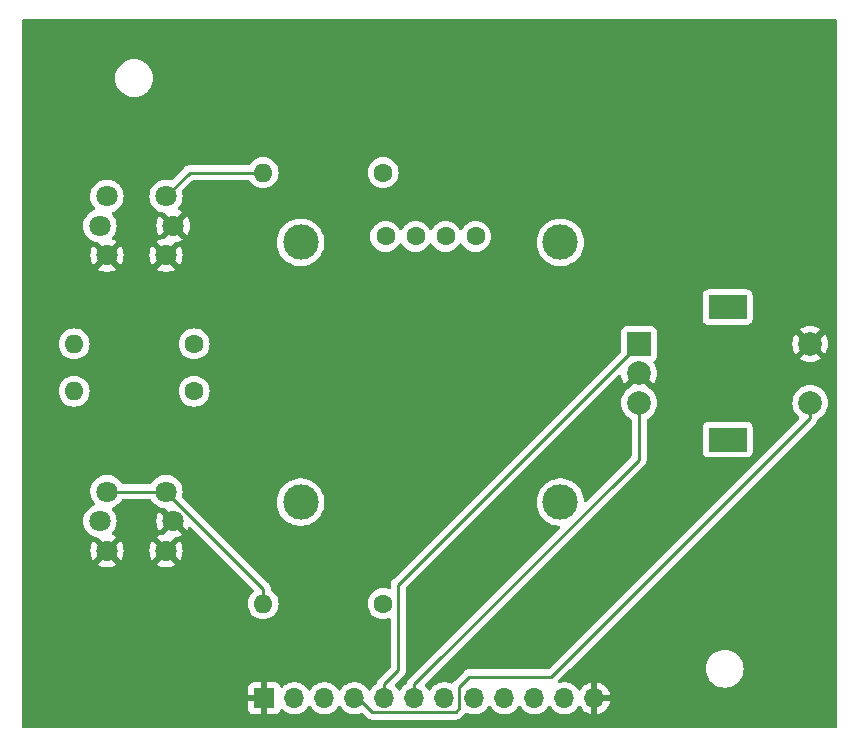
<source format=gtl>
G04 #@! TF.GenerationSoftware,KiCad,Pcbnew,(7.0.0)*
G04 #@! TF.CreationDate,2023-02-26T23:15:00-06:00*
G04 #@! TF.ProjectId,KosmoClockUI,4b6f736d-6f43-46c6-9f63-6b55492e6b69,rev?*
G04 #@! TF.SameCoordinates,Original*
G04 #@! TF.FileFunction,Copper,L1,Top*
G04 #@! TF.FilePolarity,Positive*
%FSLAX46Y46*%
G04 Gerber Fmt 4.6, Leading zero omitted, Abs format (unit mm)*
G04 Created by KiCad (PCBNEW (7.0.0)) date 2023-02-26 23:15:00*
%MOMM*%
%LPD*%
G01*
G04 APERTURE LIST*
G04 #@! TA.AperFunction,WasherPad*
%ADD10C,3.000000*%
G04 #@! TD*
G04 #@! TA.AperFunction,ComponentPad*
%ADD11C,1.600000*%
G04 #@! TD*
G04 #@! TA.AperFunction,ComponentPad*
%ADD12C,1.800000*%
G04 #@! TD*
G04 #@! TA.AperFunction,ComponentPad*
%ADD13R,2.000000X2.000000*%
G04 #@! TD*
G04 #@! TA.AperFunction,ComponentPad*
%ADD14C,2.000000*%
G04 #@! TD*
G04 #@! TA.AperFunction,ComponentPad*
%ADD15R,3.200000X2.000000*%
G04 #@! TD*
G04 #@! TA.AperFunction,ComponentPad*
%ADD16O,1.600000X1.600000*%
G04 #@! TD*
G04 #@! TA.AperFunction,ComponentPad*
%ADD17R,1.700000X1.700000*%
G04 #@! TD*
G04 #@! TA.AperFunction,ComponentPad*
%ADD18O,1.700000X1.700000*%
G04 #@! TD*
G04 #@! TA.AperFunction,ViaPad*
%ADD19C,0.800000*%
G04 #@! TD*
G04 #@! TA.AperFunction,Conductor*
%ADD20C,0.250000*%
G04 #@! TD*
G04 APERTURE END LIST*
D10*
X226595000Y-38905000D03*
X226595000Y-60905000D03*
X248595000Y-38905000D03*
X248595000Y-60905000D03*
D11*
X233785000Y-38405000D03*
X236325000Y-38405000D03*
X238865000Y-38405000D03*
X241405000Y-38405000D03*
D12*
X210200000Y-35000000D03*
X215200000Y-35000000D03*
X210200000Y-40000000D03*
X215200000Y-40000000D03*
X209600000Y-37500000D03*
X215800000Y-37500000D03*
D13*
X255249999Y-47499999D03*
D14*
X255250000Y-52500000D03*
X255250000Y-50000000D03*
D15*
X262749999Y-44399999D03*
X262749999Y-55599999D03*
D14*
X269750000Y-52500000D03*
X269750000Y-47500000D03*
D12*
X210200000Y-60000000D03*
X215200000Y-60000000D03*
X210200000Y-65000000D03*
X215200000Y-65000000D03*
X209600000Y-62500000D03*
X215800000Y-62500000D03*
D11*
X233580000Y-69500000D03*
D16*
X223419999Y-69499999D03*
D11*
X217580000Y-51500000D03*
D16*
X207419999Y-51499999D03*
D11*
X217580000Y-47500000D03*
D16*
X207419999Y-47499999D03*
D17*
X223524999Y-77499999D03*
D18*
X226064999Y-77499999D03*
X228604999Y-77499999D03*
X231144999Y-77499999D03*
X233684999Y-77499999D03*
X236224999Y-77499999D03*
X238764999Y-77499999D03*
X241304999Y-77499999D03*
X243844999Y-77499999D03*
X246384999Y-77499999D03*
X248924999Y-77499999D03*
X251464999Y-77499999D03*
D11*
X233580000Y-33000000D03*
D16*
X223419999Y-32999999D03*
D19*
X248500000Y-72700000D03*
X251500000Y-66200000D03*
D20*
X216007210Y-62500000D02*
X215800000Y-62500000D01*
X217200000Y-33000000D02*
X215200000Y-35000000D01*
X223420000Y-33000000D02*
X217200000Y-33000000D01*
X215200000Y-60000000D02*
X210200000Y-60000000D01*
X223420000Y-69500000D02*
X223420000Y-68220000D01*
X223420000Y-68220000D02*
X215200000Y-60000000D01*
X240035000Y-78365000D02*
X239724600Y-78675400D01*
X231476500Y-77500000D02*
X231145000Y-77500000D01*
X269750000Y-52500000D02*
X269750000Y-53750000D01*
X240861750Y-75689500D02*
X240035000Y-76516250D01*
X269750000Y-53750000D02*
X247810500Y-75689500D01*
X232651900Y-78675400D02*
X231476500Y-77500000D01*
X240035000Y-76516250D02*
X240035000Y-78365000D01*
X239724600Y-78675400D02*
X232651900Y-78675400D01*
X247810500Y-75689500D02*
X240861750Y-75689500D01*
X233685000Y-77500000D02*
X233685000Y-76324700D01*
X234860300Y-67889700D02*
X255250000Y-47500000D01*
X233685000Y-76324700D02*
X234860300Y-75149400D01*
X234860300Y-75149400D02*
X234860300Y-67889700D01*
X236225000Y-76324700D02*
X255250000Y-57299700D01*
X236225000Y-77500000D02*
X236225000Y-76324700D01*
X255250000Y-57299700D02*
X255250000Y-52500000D01*
G04 #@! TA.AperFunction,Conductor*
G36*
X271936500Y-20017381D02*
G01*
X271982619Y-20063500D01*
X271999500Y-20126500D01*
X271999500Y-79873500D01*
X271982619Y-79936500D01*
X271936500Y-79982619D01*
X271873500Y-79999500D01*
X203126500Y-79999500D01*
X203063500Y-79982619D01*
X203017381Y-79936500D01*
X203000500Y-79873500D01*
X203000500Y-78395223D01*
X222167000Y-78395223D01*
X222167359Y-78401938D01*
X222172662Y-78451257D01*
X222176259Y-78466478D01*
X222221405Y-78587519D01*
X222229954Y-78603175D01*
X222306697Y-78705692D01*
X222319307Y-78718302D01*
X222421824Y-78795045D01*
X222437480Y-78803594D01*
X222558521Y-78848740D01*
X222573742Y-78852337D01*
X222623061Y-78857640D01*
X222629777Y-78858000D01*
X223254410Y-78858000D01*
X223267493Y-78854493D01*
X223271000Y-78841410D01*
X223779000Y-78841410D01*
X223782506Y-78854493D01*
X223795590Y-78858000D01*
X224420223Y-78858000D01*
X224426938Y-78857640D01*
X224476257Y-78852337D01*
X224491478Y-78848740D01*
X224612519Y-78803594D01*
X224628175Y-78795045D01*
X224730692Y-78718302D01*
X224743302Y-78705692D01*
X224820045Y-78603175D01*
X224828594Y-78587519D01*
X224869618Y-78477531D01*
X224906150Y-78425491D01*
X224963440Y-78397915D01*
X225026902Y-78401825D01*
X225080375Y-78436225D01*
X225141760Y-78502906D01*
X225319424Y-78641189D01*
X225517426Y-78748342D01*
X225522355Y-78750034D01*
X225522357Y-78750035D01*
X225522360Y-78750036D01*
X225730365Y-78821444D01*
X225952431Y-78858500D01*
X226172358Y-78858500D01*
X226177569Y-78858500D01*
X226399635Y-78821444D01*
X226612574Y-78748342D01*
X226810576Y-78641189D01*
X226988240Y-78502906D01*
X227140722Y-78337268D01*
X227229518Y-78201354D01*
X227275030Y-78159457D01*
X227335000Y-78144271D01*
X227394970Y-78159457D01*
X227440481Y-78201354D01*
X227529278Y-78337268D01*
X227532806Y-78341100D01*
X227678227Y-78499069D01*
X227678231Y-78499073D01*
X227681760Y-78502906D01*
X227859424Y-78641189D01*
X228057426Y-78748342D01*
X228062355Y-78750034D01*
X228062357Y-78750035D01*
X228062360Y-78750036D01*
X228270365Y-78821444D01*
X228492431Y-78858500D01*
X228712358Y-78858500D01*
X228717569Y-78858500D01*
X228939635Y-78821444D01*
X229152574Y-78748342D01*
X229350576Y-78641189D01*
X229528240Y-78502906D01*
X229680722Y-78337268D01*
X229769518Y-78201354D01*
X229815030Y-78159457D01*
X229875000Y-78144271D01*
X229934970Y-78159457D01*
X229980481Y-78201354D01*
X230069278Y-78337268D01*
X230072806Y-78341100D01*
X230218227Y-78499069D01*
X230218231Y-78499073D01*
X230221760Y-78502906D01*
X230399424Y-78641189D01*
X230597426Y-78748342D01*
X230602355Y-78750034D01*
X230602357Y-78750035D01*
X230602360Y-78750036D01*
X230810365Y-78821444D01*
X231032431Y-78858500D01*
X231252358Y-78858500D01*
X231257569Y-78858500D01*
X231479635Y-78821444D01*
X231692574Y-78748342D01*
X231698414Y-78745180D01*
X231699278Y-78744930D01*
X231701928Y-78743768D01*
X231702080Y-78744116D01*
X231749708Y-78730288D01*
X231802568Y-78737985D01*
X231847489Y-78766893D01*
X232148242Y-79067646D01*
X232155784Y-79075933D01*
X232159900Y-79082418D01*
X232165679Y-79087844D01*
X232165680Y-79087846D01*
X232209567Y-79129058D01*
X232212409Y-79131813D01*
X232232131Y-79151535D01*
X232235259Y-79153961D01*
X232235260Y-79153962D01*
X232235314Y-79154004D01*
X232244346Y-79161717D01*
X232276579Y-79191986D01*
X232283524Y-79195804D01*
X232294330Y-79201745D01*
X232310856Y-79212601D01*
X232320590Y-79220151D01*
X232320592Y-79220152D01*
X232326860Y-79225014D01*
X232367430Y-79242570D01*
X232378086Y-79247790D01*
X232409893Y-79265276D01*
X232416840Y-79269095D01*
X232436466Y-79274134D01*
X232455159Y-79280534D01*
X232473755Y-79288581D01*
X232481586Y-79289821D01*
X232481589Y-79289822D01*
X232498028Y-79292425D01*
X232517425Y-79295497D01*
X232529025Y-79297898D01*
X232571870Y-79308900D01*
X232592124Y-79308900D01*
X232611834Y-79310450D01*
X232631843Y-79313620D01*
X232675861Y-79309458D01*
X232687719Y-79308900D01*
X239645833Y-79308900D01*
X239657016Y-79309427D01*
X239664509Y-79311102D01*
X239732585Y-79308962D01*
X239736545Y-79308900D01*
X239760494Y-79308900D01*
X239764456Y-79308900D01*
X239768456Y-79308394D01*
X239780299Y-79307461D01*
X239824489Y-79306073D01*
X239843933Y-79300423D01*
X239863302Y-79296412D01*
X239883397Y-79293874D01*
X239924515Y-79277593D01*
X239935717Y-79273757D01*
X239978193Y-79261418D01*
X239995639Y-79251099D01*
X240013369Y-79242413D01*
X240032217Y-79234952D01*
X240067987Y-79208961D01*
X240077898Y-79202451D01*
X240115962Y-79179942D01*
X240130288Y-79165615D01*
X240145317Y-79152778D01*
X240161707Y-79140872D01*
X240189888Y-79106805D01*
X240197867Y-79098035D01*
X240427266Y-78868637D01*
X240435534Y-78861114D01*
X240442018Y-78857000D01*
X240488661Y-78807328D01*
X240491353Y-78804550D01*
X240511135Y-78784770D01*
X240513613Y-78781574D01*
X240521307Y-78772564D01*
X240549504Y-78742537D01*
X240594709Y-78711744D01*
X240648708Y-78703008D01*
X240701319Y-78717978D01*
X240757426Y-78748342D01*
X240762355Y-78750034D01*
X240762357Y-78750035D01*
X240762360Y-78750036D01*
X240970365Y-78821444D01*
X241192431Y-78858500D01*
X241412358Y-78858500D01*
X241417569Y-78858500D01*
X241639635Y-78821444D01*
X241852574Y-78748342D01*
X242050576Y-78641189D01*
X242228240Y-78502906D01*
X242380722Y-78337268D01*
X242469518Y-78201354D01*
X242515030Y-78159457D01*
X242575000Y-78144271D01*
X242634970Y-78159457D01*
X242680481Y-78201354D01*
X242769278Y-78337268D01*
X242772806Y-78341100D01*
X242918227Y-78499069D01*
X242918231Y-78499073D01*
X242921760Y-78502906D01*
X243099424Y-78641189D01*
X243297426Y-78748342D01*
X243302355Y-78750034D01*
X243302357Y-78750035D01*
X243302360Y-78750036D01*
X243510365Y-78821444D01*
X243732431Y-78858500D01*
X243952358Y-78858500D01*
X243957569Y-78858500D01*
X244179635Y-78821444D01*
X244392574Y-78748342D01*
X244590576Y-78641189D01*
X244768240Y-78502906D01*
X244920722Y-78337268D01*
X245009518Y-78201354D01*
X245055030Y-78159457D01*
X245115000Y-78144271D01*
X245174970Y-78159457D01*
X245220481Y-78201354D01*
X245309278Y-78337268D01*
X245312806Y-78341100D01*
X245458227Y-78499069D01*
X245458231Y-78499073D01*
X245461760Y-78502906D01*
X245639424Y-78641189D01*
X245837426Y-78748342D01*
X245842355Y-78750034D01*
X245842357Y-78750035D01*
X245842360Y-78750036D01*
X246050365Y-78821444D01*
X246272431Y-78858500D01*
X246492358Y-78858500D01*
X246497569Y-78858500D01*
X246719635Y-78821444D01*
X246932574Y-78748342D01*
X247130576Y-78641189D01*
X247308240Y-78502906D01*
X247460722Y-78337268D01*
X247549518Y-78201354D01*
X247595030Y-78159457D01*
X247655000Y-78144271D01*
X247714970Y-78159457D01*
X247760481Y-78201354D01*
X247849278Y-78337268D01*
X247852806Y-78341100D01*
X247998227Y-78499069D01*
X247998231Y-78499073D01*
X248001760Y-78502906D01*
X248179424Y-78641189D01*
X248377426Y-78748342D01*
X248382355Y-78750034D01*
X248382357Y-78750035D01*
X248382360Y-78750036D01*
X248590365Y-78821444D01*
X248812431Y-78858500D01*
X249032358Y-78858500D01*
X249037569Y-78858500D01*
X249259635Y-78821444D01*
X249472574Y-78748342D01*
X249670576Y-78641189D01*
X249848240Y-78502906D01*
X250000722Y-78337268D01*
X250089817Y-78200896D01*
X250135328Y-78159001D01*
X250195297Y-78143814D01*
X250255267Y-78159000D01*
X250300781Y-78200898D01*
X250386822Y-78332592D01*
X250393210Y-78340799D01*
X250538567Y-78498700D01*
X250546211Y-78505737D01*
X250715588Y-78637568D01*
X250724281Y-78643247D01*
X250913042Y-78745400D01*
X250922559Y-78749575D01*
X251125557Y-78819264D01*
X251135627Y-78821814D01*
X251197461Y-78832132D01*
X251208598Y-78831556D01*
X251211000Y-78820664D01*
X251719000Y-78820664D01*
X251721401Y-78831556D01*
X251732538Y-78832132D01*
X251794372Y-78821814D01*
X251804442Y-78819264D01*
X252007440Y-78749575D01*
X252016957Y-78745400D01*
X252205718Y-78643247D01*
X252214411Y-78637568D01*
X252383788Y-78505737D01*
X252391432Y-78498700D01*
X252536789Y-78340799D01*
X252543177Y-78332593D01*
X252660568Y-78152913D01*
X252665511Y-78143778D01*
X252751729Y-77947223D01*
X252755099Y-77937408D01*
X252798013Y-77767943D01*
X252798248Y-77756565D01*
X252787160Y-77754000D01*
X251735590Y-77754000D01*
X251722506Y-77757506D01*
X251719000Y-77770590D01*
X251719000Y-78820664D01*
X251211000Y-78820664D01*
X251211000Y-77229410D01*
X251719000Y-77229410D01*
X251722506Y-77242493D01*
X251735590Y-77246000D01*
X252787160Y-77246000D01*
X252798248Y-77243434D01*
X252798013Y-77232056D01*
X252755099Y-77062591D01*
X252751729Y-77052776D01*
X252665511Y-76856221D01*
X252660568Y-76847086D01*
X252543177Y-76667406D01*
X252536789Y-76659200D01*
X252391432Y-76501299D01*
X252383788Y-76494262D01*
X252214411Y-76362431D01*
X252205718Y-76356752D01*
X252016957Y-76254599D01*
X252007440Y-76250424D01*
X251804442Y-76180735D01*
X251794372Y-76178185D01*
X251732538Y-76167867D01*
X251721401Y-76168443D01*
X251719000Y-76179336D01*
X251719000Y-77229410D01*
X251211000Y-77229410D01*
X251211000Y-76179336D01*
X251208598Y-76168443D01*
X251197461Y-76167867D01*
X251135627Y-76178185D01*
X251125557Y-76180735D01*
X250922559Y-76250424D01*
X250913042Y-76254599D01*
X250724281Y-76356752D01*
X250715588Y-76362431D01*
X250546211Y-76494262D01*
X250538567Y-76501299D01*
X250393210Y-76659200D01*
X250386816Y-76667415D01*
X250300780Y-76799101D01*
X250255267Y-76840999D01*
X250195297Y-76856185D01*
X250135328Y-76840998D01*
X250089816Y-76799101D01*
X250000722Y-76662732D01*
X249881774Y-76533521D01*
X249851772Y-76500930D01*
X249851767Y-76500925D01*
X249848240Y-76497094D01*
X249670576Y-76358811D01*
X249665997Y-76356333D01*
X249665994Y-76356331D01*
X249477159Y-76254139D01*
X249477156Y-76254137D01*
X249472574Y-76251658D01*
X249467650Y-76249967D01*
X249467642Y-76249964D01*
X249264565Y-76180248D01*
X249264559Y-76180246D01*
X249259635Y-76178556D01*
X249254498Y-76177698D01*
X249254495Y-76177698D01*
X249042706Y-76142357D01*
X249042703Y-76142356D01*
X249037569Y-76141500D01*
X248812431Y-76141500D01*
X248807297Y-76142356D01*
X248807293Y-76142357D01*
X248595504Y-76177698D01*
X248595498Y-76177699D01*
X248590365Y-76178556D01*
X248585445Y-76180244D01*
X248585429Y-76180249D01*
X248537458Y-76196718D01*
X248470689Y-76200863D01*
X248411209Y-76170246D01*
X248375785Y-76113497D01*
X248374403Y-76046614D01*
X248407450Y-75988452D01*
X249395902Y-75000000D01*
X260894551Y-75000000D01*
X260894939Y-75004930D01*
X260913928Y-75246214D01*
X260913929Y-75246222D01*
X260914317Y-75251148D01*
X260915471Y-75255956D01*
X260915472Y-75255960D01*
X260971971Y-75491298D01*
X260971972Y-75491303D01*
X260973127Y-75496111D01*
X260975020Y-75500681D01*
X260975021Y-75500684D01*
X260987371Y-75530500D01*
X261069534Y-75728859D01*
X261072119Y-75733078D01*
X261072120Y-75733079D01*
X261179404Y-75908151D01*
X261201164Y-75943659D01*
X261260043Y-76012597D01*
X261342109Y-76108685D01*
X261364776Y-76135224D01*
X261556341Y-76298836D01*
X261771141Y-76430466D01*
X262003889Y-76526873D01*
X262248852Y-76585683D01*
X262437118Y-76600500D01*
X262560413Y-76600500D01*
X262562882Y-76600500D01*
X262751148Y-76585683D01*
X262996111Y-76526873D01*
X263228859Y-76430466D01*
X263443659Y-76298836D01*
X263635224Y-76135224D01*
X263798836Y-75943659D01*
X263930466Y-75728859D01*
X264026873Y-75496111D01*
X264085683Y-75251148D01*
X264105449Y-75000000D01*
X264085683Y-74748852D01*
X264026873Y-74503889D01*
X263930466Y-74271141D01*
X263798836Y-74056341D01*
X263635224Y-73864776D01*
X263443659Y-73701164D01*
X263228859Y-73569534D01*
X262996111Y-73473127D01*
X262991303Y-73471972D01*
X262991298Y-73471971D01*
X262755960Y-73415472D01*
X262755956Y-73415471D01*
X262751148Y-73414317D01*
X262746222Y-73413929D01*
X262746214Y-73413928D01*
X262565338Y-73399693D01*
X262565330Y-73399692D01*
X262562882Y-73399500D01*
X262437118Y-73399500D01*
X262434670Y-73399692D01*
X262434661Y-73399693D01*
X262253785Y-73413928D01*
X262253775Y-73413929D01*
X262248852Y-73414317D01*
X262244045Y-73415471D01*
X262244039Y-73415472D01*
X262008701Y-73471971D01*
X262008692Y-73471973D01*
X262003889Y-73473127D01*
X261999321Y-73475018D01*
X261999315Y-73475021D01*
X261775715Y-73567639D01*
X261775710Y-73567641D01*
X261771141Y-73569534D01*
X261766926Y-73572116D01*
X261766920Y-73572120D01*
X261560558Y-73698579D01*
X261560550Y-73698584D01*
X261556341Y-73701164D01*
X261552580Y-73704375D01*
X261552576Y-73704379D01*
X261368538Y-73861562D01*
X261368531Y-73861568D01*
X261364776Y-73864776D01*
X261361568Y-73868531D01*
X261361562Y-73868538D01*
X261204379Y-74052576D01*
X261204375Y-74052580D01*
X261201164Y-74056341D01*
X261198584Y-74060550D01*
X261198579Y-74060558D01*
X261072120Y-74266920D01*
X261072116Y-74266926D01*
X261069534Y-74271141D01*
X261067641Y-74275710D01*
X261067639Y-74275715D01*
X260975021Y-74499315D01*
X260975018Y-74499321D01*
X260973127Y-74503889D01*
X260971973Y-74508692D01*
X260971971Y-74508701D01*
X260915472Y-74744039D01*
X260914317Y-74748852D01*
X260913929Y-74753775D01*
X260913928Y-74753785D01*
X260900540Y-74923900D01*
X260894551Y-75000000D01*
X249395902Y-75000000D01*
X270142259Y-54253643D01*
X270150533Y-54246114D01*
X270157018Y-54242000D01*
X270203676Y-54192312D01*
X270206368Y-54189534D01*
X270226134Y-54169770D01*
X270228601Y-54166588D01*
X270236310Y-54157561D01*
X270266586Y-54125321D01*
X270276345Y-54107567D01*
X270287199Y-54091043D01*
X270299613Y-54075041D01*
X270317167Y-54034475D01*
X270322392Y-54023808D01*
X270339875Y-53992008D01*
X270339874Y-53992008D01*
X270343695Y-53985060D01*
X270348732Y-53965442D01*
X270355138Y-53946730D01*
X270363181Y-53928145D01*
X270363330Y-53927203D01*
X270388572Y-53881715D01*
X270428512Y-53853422D01*
X270427981Y-53852380D01*
X270432384Y-53850136D01*
X270436963Y-53848240D01*
X270639416Y-53724176D01*
X270819969Y-53569969D01*
X270974176Y-53389416D01*
X271098240Y-53186963D01*
X271189105Y-52967594D01*
X271244535Y-52736711D01*
X271263165Y-52500000D01*
X271244535Y-52263289D01*
X271189105Y-52032406D01*
X271098240Y-51813037D01*
X270974176Y-51610584D01*
X270819969Y-51430031D01*
X270816206Y-51426817D01*
X270643175Y-51279034D01*
X270643171Y-51279031D01*
X270639416Y-51275824D01*
X270436963Y-51151760D01*
X270217594Y-51060895D01*
X270212786Y-51059740D01*
X270212781Y-51059739D01*
X269991523Y-51006620D01*
X269991519Y-51006619D01*
X269986711Y-51005465D01*
X269981785Y-51005077D01*
X269981777Y-51005076D01*
X269754930Y-50987223D01*
X269750000Y-50986835D01*
X269745070Y-50987223D01*
X269518222Y-51005076D01*
X269518212Y-51005077D01*
X269513289Y-51005465D01*
X269508482Y-51006619D01*
X269508476Y-51006620D01*
X269287218Y-51059739D01*
X269287209Y-51059741D01*
X269282406Y-51060895D01*
X269277838Y-51062786D01*
X269277832Y-51062789D01*
X269067611Y-51149865D01*
X269067606Y-51149867D01*
X269063037Y-51151760D01*
X269058817Y-51154345D01*
X269058817Y-51154346D01*
X268864798Y-51273241D01*
X268864792Y-51273245D01*
X268860584Y-51275824D01*
X268856834Y-51279026D01*
X268856824Y-51279034D01*
X268683786Y-51426823D01*
X268683779Y-51426829D01*
X268680031Y-51430031D01*
X268676829Y-51433779D01*
X268676823Y-51433786D01*
X268529034Y-51606824D01*
X268529026Y-51606834D01*
X268525824Y-51610584D01*
X268523245Y-51614792D01*
X268523241Y-51614798D01*
X268450561Y-51733401D01*
X268401760Y-51813037D01*
X268399867Y-51817606D01*
X268399865Y-51817611D01*
X268312789Y-52027832D01*
X268312786Y-52027838D01*
X268310895Y-52032406D01*
X268309741Y-52037209D01*
X268309739Y-52037218D01*
X268256620Y-52258476D01*
X268255465Y-52263289D01*
X268255077Y-52268212D01*
X268255076Y-52268222D01*
X268249444Y-52339788D01*
X268236835Y-52500000D01*
X268237223Y-52504930D01*
X268255076Y-52731777D01*
X268255077Y-52731785D01*
X268255465Y-52736711D01*
X268256619Y-52741519D01*
X268256620Y-52741523D01*
X268309739Y-52962781D01*
X268309740Y-52962786D01*
X268310895Y-52967594D01*
X268401760Y-53186963D01*
X268525824Y-53389416D01*
X268680031Y-53569969D01*
X268683786Y-53573176D01*
X268767364Y-53644559D01*
X268805366Y-53701434D01*
X268808052Y-53769784D01*
X268774628Y-53829465D01*
X247585000Y-75019095D01*
X247544123Y-75046409D01*
X247495905Y-75056000D01*
X240940517Y-75056000D01*
X240929333Y-75055472D01*
X240921841Y-75053798D01*
X240913915Y-75054047D01*
X240853764Y-75055938D01*
X240849805Y-75056000D01*
X240821894Y-75056000D01*
X240817968Y-75056495D01*
X240817950Y-75056497D01*
X240817858Y-75056509D01*
X240806053Y-75057437D01*
X240769781Y-75058577D01*
X240769773Y-75058578D01*
X240761861Y-75058827D01*
X240754254Y-75061036D01*
X240754253Y-75061037D01*
X240742406Y-75064479D01*
X240723056Y-75068486D01*
X240702953Y-75071026D01*
X240695590Y-75073940D01*
X240695586Y-75073942D01*
X240661848Y-75087300D01*
X240650623Y-75091143D01*
X240615767Y-75101270D01*
X240615760Y-75101273D01*
X240608157Y-75103482D01*
X240601341Y-75107512D01*
X240601333Y-75107516D01*
X240590710Y-75113798D01*
X240572971Y-75122489D01*
X240561499Y-75127031D01*
X240561496Y-75127032D01*
X240554133Y-75129948D01*
X240547726Y-75134602D01*
X240547722Y-75134605D01*
X240518361Y-75155937D01*
X240508443Y-75162451D01*
X240477215Y-75180919D01*
X240477207Y-75180925D01*
X240470388Y-75184958D01*
X240464786Y-75190558D01*
X240464779Y-75190565D01*
X240456058Y-75199286D01*
X240441037Y-75212115D01*
X240431057Y-75219366D01*
X240431048Y-75219373D01*
X240424643Y-75224028D01*
X240419595Y-75230128D01*
X240419586Y-75230138D01*
X240396450Y-75258104D01*
X240388463Y-75266881D01*
X239642747Y-76012597D01*
X239634460Y-76020138D01*
X239627982Y-76024250D01*
X239622562Y-76030021D01*
X239622559Y-76030024D01*
X239581370Y-76073886D01*
X239578621Y-76076722D01*
X239561667Y-76093677D01*
X239561660Y-76093684D01*
X239558865Y-76096480D01*
X239556442Y-76099602D01*
X239556426Y-76099621D01*
X239556365Y-76099701D01*
X239548690Y-76108685D01*
X239523838Y-76135152D01*
X239523835Y-76135154D01*
X239518414Y-76140929D01*
X239514600Y-76147864D01*
X239514592Y-76147877D01*
X239508650Y-76158686D01*
X239497803Y-76175199D01*
X239490245Y-76184942D01*
X239490238Y-76184952D01*
X239485386Y-76191209D01*
X239482240Y-76198476D01*
X239478928Y-76204079D01*
X239436694Y-76247134D01*
X239379289Y-76265628D01*
X239319865Y-76255326D01*
X239317156Y-76254138D01*
X239312574Y-76251658D01*
X239307646Y-76249966D01*
X239307641Y-76249964D01*
X239104565Y-76180248D01*
X239104559Y-76180246D01*
X239099635Y-76178556D01*
X239094498Y-76177698D01*
X239094495Y-76177698D01*
X238882706Y-76142357D01*
X238882703Y-76142356D01*
X238877569Y-76141500D01*
X238652431Y-76141500D01*
X238647297Y-76142356D01*
X238647293Y-76142357D01*
X238435504Y-76177698D01*
X238435498Y-76177699D01*
X238430365Y-76178556D01*
X238425443Y-76180245D01*
X238425434Y-76180248D01*
X238222357Y-76249964D01*
X238222344Y-76249969D01*
X238217426Y-76251658D01*
X238212847Y-76254135D01*
X238212840Y-76254139D01*
X238024005Y-76356331D01*
X238023997Y-76356336D01*
X238019424Y-76358811D01*
X238015313Y-76362010D01*
X238015311Y-76362012D01*
X237845878Y-76493888D01*
X237845872Y-76493893D01*
X237841760Y-76497094D01*
X237838237Y-76500919D01*
X237838227Y-76500930D01*
X237692806Y-76658899D01*
X237692802Y-76658902D01*
X237689278Y-76662732D01*
X237686430Y-76667090D01*
X237686427Y-76667095D01*
X237600483Y-76798643D01*
X237554969Y-76840542D01*
X237495000Y-76855728D01*
X237435031Y-76840542D01*
X237389517Y-76798643D01*
X237383827Y-76789934D01*
X237300722Y-76662732D01*
X237181774Y-76533521D01*
X237151768Y-76500926D01*
X237151765Y-76500923D01*
X237148240Y-76497094D01*
X237144131Y-76493896D01*
X237140552Y-76490601D01*
X237105129Y-76433852D01*
X237103747Y-76366969D01*
X237136794Y-76308808D01*
X255642264Y-57803339D01*
X255650535Y-57795813D01*
X255657018Y-57791700D01*
X255703660Y-57742029D01*
X255706352Y-57739251D01*
X255726135Y-57719470D01*
X255728613Y-57716274D01*
X255736308Y-57707263D01*
X255766586Y-57675021D01*
X255776348Y-57657262D01*
X255787195Y-57640750D01*
X255799614Y-57624741D01*
X255817179Y-57584146D01*
X255822388Y-57573514D01*
X255843695Y-57534760D01*
X255848733Y-57515134D01*
X255855134Y-57496437D01*
X255863181Y-57477845D01*
X255870096Y-57434177D01*
X255872504Y-57422553D01*
X255881529Y-57387405D01*
X255883500Y-57379730D01*
X255883500Y-57359476D01*
X255885051Y-57339765D01*
X255886980Y-57327585D01*
X255888220Y-57319757D01*
X255884058Y-57275738D01*
X255883500Y-57263881D01*
X255883500Y-56648638D01*
X260641500Y-56648638D01*
X260641859Y-56651985D01*
X260641860Y-56651988D01*
X260647168Y-56701367D01*
X260647169Y-56701373D01*
X260648011Y-56709201D01*
X260650762Y-56716578D01*
X260650763Y-56716580D01*
X260695962Y-56837763D01*
X260695964Y-56837766D01*
X260699111Y-56846204D01*
X260704508Y-56853414D01*
X260704510Y-56853417D01*
X260781340Y-56956049D01*
X260786739Y-56963261D01*
X260903796Y-57050889D01*
X261040799Y-57101989D01*
X261101362Y-57108500D01*
X264395269Y-57108500D01*
X264398638Y-57108500D01*
X264459201Y-57101989D01*
X264596204Y-57050889D01*
X264713261Y-56963261D01*
X264800889Y-56846204D01*
X264851989Y-56709201D01*
X264858500Y-56648638D01*
X264858500Y-54551362D01*
X264851989Y-54490799D01*
X264800889Y-54353796D01*
X264713261Y-54236739D01*
X264706049Y-54231340D01*
X264603417Y-54154510D01*
X264603414Y-54154508D01*
X264596204Y-54149111D01*
X264587766Y-54145964D01*
X264587763Y-54145962D01*
X264466580Y-54100763D01*
X264466578Y-54100762D01*
X264459201Y-54098011D01*
X264451373Y-54097169D01*
X264451367Y-54097168D01*
X264401988Y-54091860D01*
X264401985Y-54091859D01*
X264398638Y-54091500D01*
X261101362Y-54091500D01*
X261098015Y-54091859D01*
X261098011Y-54091860D01*
X261048632Y-54097168D01*
X261048625Y-54097169D01*
X261040799Y-54098011D01*
X261033423Y-54100761D01*
X261033419Y-54100763D01*
X260912236Y-54145962D01*
X260912230Y-54145965D01*
X260903796Y-54149111D01*
X260896588Y-54154506D01*
X260896582Y-54154510D01*
X260793950Y-54231340D01*
X260793946Y-54231343D01*
X260786739Y-54236739D01*
X260781343Y-54243946D01*
X260781340Y-54243950D01*
X260704510Y-54346582D01*
X260704506Y-54346588D01*
X260699111Y-54353796D01*
X260695965Y-54362230D01*
X260695962Y-54362236D01*
X260650763Y-54483419D01*
X260650761Y-54483423D01*
X260648011Y-54490799D01*
X260647169Y-54498625D01*
X260647168Y-54498632D01*
X260641860Y-54548011D01*
X260641500Y-54551362D01*
X260641500Y-56648638D01*
X255883500Y-56648638D01*
X255883500Y-53951566D01*
X255899565Y-53890000D01*
X255943665Y-53844133D01*
X255967601Y-53829465D01*
X256139416Y-53724176D01*
X256319969Y-53569969D01*
X256474176Y-53389416D01*
X256598240Y-53186963D01*
X256689105Y-52967594D01*
X256744535Y-52736711D01*
X256763165Y-52500000D01*
X256744535Y-52263289D01*
X256689105Y-52032406D01*
X256598240Y-51813037D01*
X256474176Y-51610584D01*
X256319969Y-51430031D01*
X256316213Y-51426823D01*
X256316207Y-51426817D01*
X256161910Y-51295035D01*
X256132325Y-51258069D01*
X256129048Y-51247358D01*
X256113789Y-51222999D01*
X255261729Y-50370939D01*
X255249999Y-50364167D01*
X255238271Y-50370938D01*
X254386209Y-51222999D01*
X254370947Y-51247364D01*
X254367669Y-51258077D01*
X254338089Y-51295036D01*
X254183786Y-51426823D01*
X254183779Y-51426829D01*
X254180031Y-51430031D01*
X254176829Y-51433779D01*
X254176823Y-51433786D01*
X254029034Y-51606824D01*
X254029026Y-51606834D01*
X254025824Y-51610584D01*
X254023245Y-51614792D01*
X254023241Y-51614798D01*
X253950561Y-51733401D01*
X253901760Y-51813037D01*
X253899867Y-51817606D01*
X253899865Y-51817611D01*
X253812789Y-52027832D01*
X253812786Y-52027838D01*
X253810895Y-52032406D01*
X253809741Y-52037209D01*
X253809739Y-52037218D01*
X253756620Y-52258476D01*
X253755465Y-52263289D01*
X253755077Y-52268212D01*
X253755076Y-52268222D01*
X253749444Y-52339788D01*
X253736835Y-52500000D01*
X253737223Y-52504930D01*
X253755076Y-52731777D01*
X253755077Y-52731785D01*
X253755465Y-52736711D01*
X253756619Y-52741519D01*
X253756620Y-52741523D01*
X253809739Y-52962781D01*
X253809740Y-52962786D01*
X253810895Y-52967594D01*
X253901760Y-53186963D01*
X254025824Y-53389416D01*
X254180031Y-53569969D01*
X254183786Y-53573176D01*
X254333956Y-53701434D01*
X254360584Y-53724176D01*
X254372572Y-53731522D01*
X254556335Y-53844133D01*
X254600435Y-53890000D01*
X254616500Y-53951566D01*
X254616500Y-56985106D01*
X254606909Y-57033324D01*
X254579595Y-57074201D01*
X250813090Y-60840705D01*
X250764564Y-60870900D01*
X250707691Y-60876551D01*
X250654172Y-60856495D01*
X250615019Y-60814858D01*
X250598289Y-60760209D01*
X250589442Y-60630870D01*
X250533538Y-60361847D01*
X250441523Y-60102942D01*
X250315111Y-59858977D01*
X250156657Y-59634498D01*
X249969111Y-59433686D01*
X249965774Y-59430971D01*
X249759304Y-59262995D01*
X249759301Y-59262993D01*
X249755969Y-59260282D01*
X249521200Y-59117516D01*
X249517259Y-59115804D01*
X249517253Y-59115801D01*
X249273112Y-59009756D01*
X249273109Y-59009755D01*
X249269177Y-59008047D01*
X249265052Y-59006891D01*
X249265043Y-59006888D01*
X249008742Y-58935076D01*
X249008732Y-58935074D01*
X249004596Y-58933915D01*
X249000335Y-58933329D01*
X249000324Y-58933327D01*
X248736653Y-58897086D01*
X248736643Y-58897085D01*
X248732385Y-58896500D01*
X248457615Y-58896500D01*
X248453357Y-58897085D01*
X248453346Y-58897086D01*
X248189675Y-58933327D01*
X248189661Y-58933329D01*
X248185404Y-58933915D01*
X248181269Y-58935073D01*
X248181257Y-58935076D01*
X247924956Y-59006888D01*
X247924942Y-59006892D01*
X247920823Y-59008047D01*
X247916895Y-59009753D01*
X247916887Y-59009756D01*
X247672746Y-59115801D01*
X247672733Y-59115807D01*
X247668800Y-59117516D01*
X247665129Y-59119748D01*
X247665122Y-59119752D01*
X247437704Y-59258048D01*
X247437699Y-59258050D01*
X247434031Y-59260282D01*
X247430704Y-59262988D01*
X247430695Y-59262995D01*
X247224225Y-59430971D01*
X247224217Y-59430978D01*
X247220889Y-59433686D01*
X247217957Y-59436824D01*
X247217952Y-59436830D01*
X247036282Y-59631350D01*
X247036274Y-59631358D01*
X247033343Y-59634498D01*
X247030863Y-59638010D01*
X247030860Y-59638015D01*
X246877375Y-59855454D01*
X246877370Y-59855462D01*
X246874889Y-59858977D01*
X246872913Y-59862790D01*
X246872906Y-59862802D01*
X246750453Y-60099127D01*
X246750449Y-60099136D01*
X246748477Y-60102942D01*
X246747042Y-60106978D01*
X246747037Y-60106991D01*
X246657902Y-60357792D01*
X246657897Y-60357807D01*
X246656462Y-60361847D01*
X246655587Y-60366054D01*
X246655587Y-60366057D01*
X246601432Y-60626661D01*
X246601430Y-60626670D01*
X246600558Y-60630870D01*
X246600264Y-60635157D01*
X246600264Y-60635163D01*
X246584070Y-60871915D01*
X246581807Y-60905000D01*
X246582101Y-60909298D01*
X246600178Y-61173582D01*
X246600558Y-61179130D01*
X246601431Y-61183331D01*
X246601432Y-61183338D01*
X246631165Y-61326417D01*
X246656462Y-61448153D01*
X246657899Y-61452196D01*
X246657902Y-61452207D01*
X246747037Y-61703008D01*
X246747040Y-61703015D01*
X246748477Y-61707058D01*
X246750451Y-61710869D01*
X246750453Y-61710872D01*
X246872906Y-61947197D01*
X246872909Y-61947202D01*
X246874889Y-61951023D01*
X247033343Y-62175502D01*
X247220889Y-62376314D01*
X247434031Y-62549718D01*
X247668800Y-62692484D01*
X247920823Y-62801953D01*
X248185404Y-62876085D01*
X248454822Y-62913116D01*
X248518011Y-62940884D01*
X248557091Y-62997779D01*
X248560331Y-63066727D01*
X248526758Y-63127036D01*
X235832742Y-75821051D01*
X235824459Y-75828588D01*
X235817982Y-75832700D01*
X235812563Y-75838469D01*
X235812555Y-75838477D01*
X235771370Y-75882335D01*
X235768621Y-75885172D01*
X235751667Y-75902127D01*
X235751660Y-75902134D01*
X235748865Y-75904930D01*
X235746442Y-75908052D01*
X235746426Y-75908071D01*
X235746365Y-75908151D01*
X235738690Y-75917135D01*
X235713838Y-75943602D01*
X235713835Y-75943604D01*
X235708414Y-75949379D01*
X235704600Y-75956314D01*
X235704592Y-75956327D01*
X235698650Y-75967136D01*
X235687803Y-75983649D01*
X235680243Y-75993395D01*
X235680237Y-75993404D01*
X235675386Y-75999659D01*
X235672242Y-76006923D01*
X235672238Y-76006931D01*
X235657824Y-76040240D01*
X235652604Y-76050895D01*
X235635125Y-76082689D01*
X235635121Y-76082697D01*
X235631305Y-76089640D01*
X235629333Y-76097316D01*
X235629331Y-76097324D01*
X235626266Y-76109262D01*
X235619865Y-76127959D01*
X235614968Y-76139276D01*
X235614966Y-76139281D01*
X235611819Y-76146555D01*
X235610579Y-76154380D01*
X235610577Y-76154389D01*
X235604901Y-76190224D01*
X235602495Y-76201844D01*
X235593470Y-76236992D01*
X235593468Y-76237001D01*
X235593315Y-76237598D01*
X235593312Y-76237608D01*
X235591500Y-76244669D01*
X235590708Y-76244465D01*
X235572403Y-76292662D01*
X235528398Y-76332307D01*
X235484006Y-76356331D01*
X235484003Y-76356332D01*
X235479424Y-76358811D01*
X235475318Y-76362006D01*
X235475307Y-76362014D01*
X235305878Y-76493888D01*
X235305872Y-76493893D01*
X235301760Y-76497094D01*
X235298237Y-76500919D01*
X235298227Y-76500930D01*
X235152806Y-76658899D01*
X235152802Y-76658902D01*
X235149278Y-76662732D01*
X235146430Y-76667090D01*
X235146427Y-76667095D01*
X235060483Y-76798643D01*
X235014969Y-76840542D01*
X234955000Y-76855728D01*
X234895031Y-76840542D01*
X234849517Y-76798643D01*
X234843827Y-76789934D01*
X234760722Y-76662732D01*
X234641774Y-76533521D01*
X234611768Y-76500926D01*
X234611765Y-76500923D01*
X234608240Y-76497094D01*
X234604131Y-76493896D01*
X234600552Y-76490601D01*
X234565129Y-76433852D01*
X234563747Y-76366969D01*
X234596794Y-76308808D01*
X235252559Y-75653043D01*
X235260833Y-75645514D01*
X235267318Y-75641400D01*
X235313976Y-75591712D01*
X235316668Y-75588934D01*
X235336434Y-75569170D01*
X235338901Y-75565988D01*
X235346610Y-75556961D01*
X235376886Y-75524721D01*
X235386645Y-75506967D01*
X235397499Y-75490443D01*
X235409913Y-75474441D01*
X235427467Y-75433875D01*
X235432692Y-75423208D01*
X235450175Y-75391408D01*
X235450174Y-75391408D01*
X235453995Y-75384460D01*
X235459032Y-75364842D01*
X235465438Y-75346130D01*
X235470332Y-75334821D01*
X235473481Y-75327545D01*
X235480396Y-75283877D01*
X235482804Y-75272253D01*
X235493800Y-75229430D01*
X235493800Y-75209176D01*
X235495351Y-75189465D01*
X235496065Y-75184958D01*
X235498520Y-75169457D01*
X235494358Y-75125438D01*
X235493800Y-75113581D01*
X235493800Y-68204294D01*
X235503391Y-68156076D01*
X235530705Y-68115199D01*
X240028647Y-63617257D01*
X253537406Y-50108497D01*
X253599494Y-50074523D01*
X253670107Y-50079383D01*
X253726959Y-50121546D01*
X253752108Y-50187708D01*
X253755569Y-50231686D01*
X253757115Y-50241445D01*
X253810216Y-50462626D01*
X253813266Y-50472012D01*
X253900312Y-50682160D01*
X253904793Y-50690955D01*
X254009433Y-50861712D01*
X254017379Y-50869815D01*
X254026999Y-50863789D01*
X255160904Y-49729884D01*
X255217388Y-49697272D01*
X255282610Y-49697272D01*
X255339094Y-49729884D01*
X256472997Y-50863787D01*
X256482619Y-50869814D01*
X256490568Y-50861708D01*
X256595205Y-50690957D01*
X256599686Y-50682162D01*
X256686733Y-50472012D01*
X256689783Y-50462626D01*
X256742884Y-50241445D01*
X256744428Y-50231699D01*
X256762275Y-50004930D01*
X256762275Y-49995070D01*
X256744428Y-49768300D01*
X256742884Y-49758554D01*
X256689783Y-49537373D01*
X256686733Y-49527987D01*
X256599686Y-49317837D01*
X256595205Y-49309042D01*
X256473770Y-49110879D01*
X256475582Y-49109768D01*
X256455777Y-49058598D01*
X256465421Y-48994659D01*
X256505509Y-48943923D01*
X256613261Y-48863261D01*
X256700889Y-48746204D01*
X256705956Y-48732619D01*
X268880183Y-48732619D01*
X268888286Y-48740565D01*
X269059044Y-48845206D01*
X269067839Y-48849687D01*
X269277987Y-48936733D01*
X269287373Y-48939783D01*
X269508554Y-48992884D01*
X269518300Y-48994428D01*
X269745070Y-49012275D01*
X269754930Y-49012275D01*
X269981699Y-48994428D01*
X269991445Y-48992884D01*
X270212626Y-48939783D01*
X270222012Y-48936733D01*
X270432162Y-48849686D01*
X270440957Y-48845205D01*
X270611708Y-48740568D01*
X270619814Y-48732619D01*
X270613787Y-48722997D01*
X269761729Y-47870939D01*
X269749999Y-47864167D01*
X269738271Y-47870938D01*
X268886208Y-48723000D01*
X268880183Y-48732619D01*
X256705956Y-48732619D01*
X256751989Y-48609201D01*
X256758500Y-48548638D01*
X256758500Y-47504930D01*
X268237725Y-47504930D01*
X268255571Y-47731699D01*
X268257115Y-47741445D01*
X268310216Y-47962626D01*
X268313266Y-47972012D01*
X268400312Y-48182160D01*
X268404793Y-48190955D01*
X268509433Y-48361712D01*
X268517379Y-48369816D01*
X268526997Y-48363791D01*
X269379059Y-47511730D01*
X269385832Y-47499999D01*
X270114167Y-47499999D01*
X270120939Y-47511729D01*
X270972997Y-48363787D01*
X270982619Y-48369814D01*
X270990568Y-48361708D01*
X271095205Y-48190957D01*
X271099686Y-48182162D01*
X271186733Y-47972012D01*
X271189783Y-47962626D01*
X271242884Y-47741445D01*
X271244428Y-47731699D01*
X271262275Y-47504930D01*
X271262275Y-47495070D01*
X271244428Y-47268300D01*
X271242884Y-47258554D01*
X271189783Y-47037373D01*
X271186733Y-47027987D01*
X271099687Y-46817839D01*
X271095206Y-46809044D01*
X270990565Y-46638286D01*
X270982619Y-46630183D01*
X270973000Y-46636208D01*
X270120938Y-47488271D01*
X270114167Y-47499999D01*
X269385832Y-47499999D01*
X269379060Y-47488270D01*
X268526999Y-46636209D01*
X268517378Y-46630183D01*
X268509433Y-46638285D01*
X268404793Y-46809044D01*
X268400312Y-46817839D01*
X268313266Y-47027987D01*
X268310216Y-47037373D01*
X268257115Y-47258554D01*
X268255571Y-47268300D01*
X268237725Y-47495070D01*
X268237725Y-47504930D01*
X256758500Y-47504930D01*
X256758500Y-46451362D01*
X256751989Y-46390799D01*
X256705955Y-46267378D01*
X268880183Y-46267378D01*
X268886209Y-46276999D01*
X269738270Y-47129060D01*
X269749999Y-47135832D01*
X269761730Y-47129059D01*
X270613791Y-46276997D01*
X270619816Y-46267379D01*
X270611712Y-46259433D01*
X270440955Y-46154793D01*
X270432160Y-46150312D01*
X270222012Y-46063266D01*
X270212626Y-46060216D01*
X269991445Y-46007115D01*
X269981699Y-46005571D01*
X269754930Y-45987725D01*
X269745070Y-45987725D01*
X269518300Y-46005571D01*
X269508554Y-46007115D01*
X269287373Y-46060216D01*
X269277987Y-46063266D01*
X269067839Y-46150312D01*
X269059044Y-46154793D01*
X268888285Y-46259433D01*
X268880183Y-46267378D01*
X256705955Y-46267378D01*
X256700889Y-46253796D01*
X256666517Y-46207881D01*
X256618659Y-46143950D01*
X256613261Y-46136739D01*
X256606049Y-46131340D01*
X256503417Y-46054510D01*
X256503414Y-46054508D01*
X256496204Y-46049111D01*
X256487766Y-46045964D01*
X256487763Y-46045962D01*
X256366580Y-46000763D01*
X256366578Y-46000762D01*
X256359201Y-45998011D01*
X256351373Y-45997169D01*
X256351367Y-45997168D01*
X256301988Y-45991860D01*
X256301985Y-45991859D01*
X256298638Y-45991500D01*
X254201362Y-45991500D01*
X254198015Y-45991859D01*
X254198011Y-45991860D01*
X254148632Y-45997168D01*
X254148625Y-45997169D01*
X254140799Y-45998011D01*
X254133423Y-46000761D01*
X254133419Y-46000763D01*
X254012236Y-46045962D01*
X254012230Y-46045965D01*
X254003796Y-46049111D01*
X253996588Y-46054506D01*
X253996582Y-46054510D01*
X253893950Y-46131340D01*
X253893946Y-46131343D01*
X253886739Y-46136739D01*
X253881343Y-46143946D01*
X253881340Y-46143950D01*
X253804510Y-46246582D01*
X253804506Y-46246588D01*
X253799111Y-46253796D01*
X253795965Y-46262230D01*
X253795962Y-46262236D01*
X253750763Y-46383419D01*
X253750761Y-46383423D01*
X253748011Y-46390799D01*
X253747169Y-46398625D01*
X253747168Y-46398632D01*
X253741860Y-46448011D01*
X253741500Y-46451362D01*
X253741500Y-46454731D01*
X253741500Y-48060405D01*
X253731909Y-48108623D01*
X253704595Y-48149500D01*
X234468042Y-67386051D01*
X234459759Y-67393588D01*
X234453282Y-67397700D01*
X234447863Y-67403469D01*
X234447855Y-67403477D01*
X234406670Y-67447335D01*
X234403921Y-67450172D01*
X234386967Y-67467127D01*
X234386960Y-67467134D01*
X234384165Y-67469930D01*
X234381742Y-67473052D01*
X234381726Y-67473071D01*
X234381665Y-67473151D01*
X234373990Y-67482135D01*
X234349138Y-67508602D01*
X234349135Y-67508604D01*
X234343714Y-67514379D01*
X234339900Y-67521314D01*
X234339892Y-67521327D01*
X234333950Y-67532136D01*
X234323103Y-67548649D01*
X234315543Y-67558395D01*
X234315537Y-67558404D01*
X234310686Y-67564659D01*
X234307542Y-67571923D01*
X234307538Y-67571931D01*
X234293124Y-67605240D01*
X234287904Y-67615895D01*
X234270425Y-67647689D01*
X234270421Y-67647697D01*
X234266605Y-67654640D01*
X234264633Y-67662316D01*
X234264631Y-67662324D01*
X234261566Y-67674262D01*
X234255165Y-67692959D01*
X234250268Y-67704276D01*
X234250266Y-67704281D01*
X234247119Y-67711555D01*
X234245879Y-67719380D01*
X234245877Y-67719389D01*
X234240201Y-67755224D01*
X234237795Y-67766844D01*
X234228771Y-67801989D01*
X234228769Y-67801997D01*
X234226800Y-67809670D01*
X234226800Y-67817599D01*
X234226800Y-67829924D01*
X234225249Y-67849635D01*
X234223319Y-67861814D01*
X234223318Y-67861821D01*
X234222080Y-67869643D01*
X234222825Y-67877526D01*
X234222825Y-67877534D01*
X234226241Y-67913661D01*
X234226800Y-67925519D01*
X234226800Y-68160058D01*
X234211267Y-68220663D01*
X234168499Y-68266326D01*
X234109040Y-68285788D01*
X234047549Y-68274252D01*
X234034229Y-68268040D01*
X234034219Y-68268036D01*
X234029243Y-68265716D01*
X233808087Y-68206457D01*
X233802611Y-68205977D01*
X233802606Y-68205977D01*
X233585475Y-68186981D01*
X233580000Y-68186502D01*
X233574525Y-68186981D01*
X233357393Y-68205977D01*
X233357386Y-68205978D01*
X233351913Y-68206457D01*
X233346599Y-68207880D01*
X233346598Y-68207881D01*
X233136067Y-68264293D01*
X233136065Y-68264293D01*
X233130757Y-68265716D01*
X233125779Y-68268036D01*
X233125774Y-68268039D01*
X232928238Y-68360151D01*
X232928233Y-68360153D01*
X232923251Y-68362477D01*
X232918752Y-68365627D01*
X232918742Y-68365633D01*
X232740211Y-68490643D01*
X232740208Y-68490645D01*
X232735700Y-68493802D01*
X232731808Y-68497693D01*
X232731802Y-68497699D01*
X232577699Y-68651802D01*
X232577693Y-68651808D01*
X232573802Y-68655700D01*
X232570645Y-68660208D01*
X232570643Y-68660211D01*
X232445633Y-68838742D01*
X232445627Y-68838752D01*
X232442477Y-68843251D01*
X232440153Y-68848233D01*
X232440151Y-68848238D01*
X232348039Y-69045774D01*
X232348036Y-69045779D01*
X232345716Y-69050757D01*
X232286457Y-69271913D01*
X232285978Y-69277386D01*
X232285977Y-69277393D01*
X232266988Y-69494443D01*
X232266502Y-69500000D01*
X232286457Y-69728087D01*
X232345716Y-69949243D01*
X232442477Y-70156749D01*
X232445630Y-70161252D01*
X232445633Y-70161257D01*
X232522123Y-70270496D01*
X232573802Y-70344300D01*
X232735700Y-70506198D01*
X232923251Y-70637523D01*
X233130757Y-70734284D01*
X233351913Y-70793543D01*
X233580000Y-70813498D01*
X233808087Y-70793543D01*
X234029243Y-70734284D01*
X234047548Y-70725748D01*
X234109040Y-70714212D01*
X234168499Y-70733674D01*
X234211267Y-70779337D01*
X234226800Y-70839942D01*
X234226800Y-74834804D01*
X234217209Y-74883022D01*
X234189895Y-74923900D01*
X233292736Y-75821057D01*
X233284458Y-75828589D01*
X233277982Y-75832700D01*
X233272559Y-75838474D01*
X233272555Y-75838478D01*
X233231370Y-75882335D01*
X233228621Y-75885172D01*
X233211667Y-75902127D01*
X233211660Y-75902134D01*
X233208865Y-75904930D01*
X233206442Y-75908052D01*
X233206426Y-75908071D01*
X233206365Y-75908151D01*
X233198690Y-75917135D01*
X233173838Y-75943602D01*
X233173835Y-75943604D01*
X233168414Y-75949379D01*
X233164600Y-75956314D01*
X233164592Y-75956327D01*
X233158650Y-75967136D01*
X233147803Y-75983649D01*
X233140243Y-75993395D01*
X233140237Y-75993404D01*
X233135386Y-75999659D01*
X233132242Y-76006923D01*
X233132238Y-76006931D01*
X233117824Y-76040240D01*
X233112604Y-76050895D01*
X233095125Y-76082689D01*
X233095121Y-76082697D01*
X233091305Y-76089640D01*
X233089333Y-76097316D01*
X233089331Y-76097324D01*
X233086266Y-76109262D01*
X233079865Y-76127959D01*
X233074968Y-76139276D01*
X233074966Y-76139281D01*
X233071819Y-76146555D01*
X233070579Y-76154380D01*
X233070577Y-76154389D01*
X233064901Y-76190224D01*
X233062495Y-76201844D01*
X233053470Y-76236992D01*
X233053468Y-76237001D01*
X233053315Y-76237598D01*
X233053312Y-76237608D01*
X233051500Y-76244669D01*
X233050708Y-76244465D01*
X233032403Y-76292662D01*
X232988398Y-76332307D01*
X232944006Y-76356331D01*
X232944003Y-76356332D01*
X232939424Y-76358811D01*
X232935318Y-76362006D01*
X232935307Y-76362014D01*
X232765878Y-76493888D01*
X232765872Y-76493893D01*
X232761760Y-76497094D01*
X232758237Y-76500919D01*
X232758227Y-76500930D01*
X232612806Y-76658899D01*
X232612802Y-76658902D01*
X232609278Y-76662732D01*
X232606430Y-76667090D01*
X232606427Y-76667095D01*
X232520483Y-76798643D01*
X232474969Y-76840542D01*
X232415000Y-76855728D01*
X232355031Y-76840542D01*
X232309517Y-76798643D01*
X232303827Y-76789934D01*
X232220722Y-76662732D01*
X232101774Y-76533521D01*
X232071772Y-76500930D01*
X232071767Y-76500925D01*
X232068240Y-76497094D01*
X231890576Y-76358811D01*
X231885997Y-76356333D01*
X231885994Y-76356331D01*
X231697159Y-76254139D01*
X231697156Y-76254137D01*
X231692574Y-76251658D01*
X231687650Y-76249967D01*
X231687642Y-76249964D01*
X231484565Y-76180248D01*
X231484559Y-76180246D01*
X231479635Y-76178556D01*
X231474498Y-76177698D01*
X231474495Y-76177698D01*
X231262706Y-76142357D01*
X231262703Y-76142356D01*
X231257569Y-76141500D01*
X231032431Y-76141500D01*
X231027297Y-76142356D01*
X231027293Y-76142357D01*
X230815504Y-76177698D01*
X230815498Y-76177699D01*
X230810365Y-76178556D01*
X230805443Y-76180245D01*
X230805434Y-76180248D01*
X230602357Y-76249964D01*
X230602344Y-76249969D01*
X230597426Y-76251658D01*
X230592847Y-76254135D01*
X230592840Y-76254139D01*
X230404005Y-76356331D01*
X230403997Y-76356336D01*
X230399424Y-76358811D01*
X230395313Y-76362010D01*
X230395311Y-76362012D01*
X230225878Y-76493888D01*
X230225872Y-76493893D01*
X230221760Y-76497094D01*
X230218237Y-76500919D01*
X230218227Y-76500930D01*
X230072806Y-76658899D01*
X230072802Y-76658902D01*
X230069278Y-76662732D01*
X230066430Y-76667090D01*
X230066427Y-76667095D01*
X229980483Y-76798643D01*
X229934969Y-76840542D01*
X229875000Y-76855728D01*
X229815031Y-76840542D01*
X229769517Y-76798643D01*
X229763827Y-76789934D01*
X229680722Y-76662732D01*
X229561774Y-76533521D01*
X229531772Y-76500930D01*
X229531767Y-76500925D01*
X229528240Y-76497094D01*
X229350576Y-76358811D01*
X229345997Y-76356333D01*
X229345994Y-76356331D01*
X229157159Y-76254139D01*
X229157156Y-76254137D01*
X229152574Y-76251658D01*
X229147650Y-76249967D01*
X229147642Y-76249964D01*
X228944565Y-76180248D01*
X228944559Y-76180246D01*
X228939635Y-76178556D01*
X228934498Y-76177698D01*
X228934495Y-76177698D01*
X228722706Y-76142357D01*
X228722703Y-76142356D01*
X228717569Y-76141500D01*
X228492431Y-76141500D01*
X228487297Y-76142356D01*
X228487293Y-76142357D01*
X228275504Y-76177698D01*
X228275498Y-76177699D01*
X228270365Y-76178556D01*
X228265443Y-76180245D01*
X228265434Y-76180248D01*
X228062357Y-76249964D01*
X228062344Y-76249969D01*
X228057426Y-76251658D01*
X228052847Y-76254135D01*
X228052840Y-76254139D01*
X227864005Y-76356331D01*
X227863997Y-76356336D01*
X227859424Y-76358811D01*
X227855313Y-76362010D01*
X227855311Y-76362012D01*
X227685878Y-76493888D01*
X227685872Y-76493893D01*
X227681760Y-76497094D01*
X227678237Y-76500919D01*
X227678227Y-76500930D01*
X227532806Y-76658899D01*
X227532802Y-76658902D01*
X227529278Y-76662732D01*
X227526430Y-76667090D01*
X227526427Y-76667095D01*
X227440483Y-76798643D01*
X227394969Y-76840542D01*
X227335000Y-76855728D01*
X227275031Y-76840542D01*
X227229517Y-76798643D01*
X227223827Y-76789934D01*
X227140722Y-76662732D01*
X227021774Y-76533521D01*
X226991772Y-76500930D01*
X226991767Y-76500925D01*
X226988240Y-76497094D01*
X226810576Y-76358811D01*
X226805997Y-76356333D01*
X226805994Y-76356331D01*
X226617159Y-76254139D01*
X226617156Y-76254137D01*
X226612574Y-76251658D01*
X226607650Y-76249967D01*
X226607642Y-76249964D01*
X226404565Y-76180248D01*
X226404559Y-76180246D01*
X226399635Y-76178556D01*
X226394498Y-76177698D01*
X226394495Y-76177698D01*
X226182706Y-76142357D01*
X226182703Y-76142356D01*
X226177569Y-76141500D01*
X225952431Y-76141500D01*
X225947297Y-76142356D01*
X225947293Y-76142357D01*
X225735504Y-76177698D01*
X225735498Y-76177699D01*
X225730365Y-76178556D01*
X225725443Y-76180245D01*
X225725434Y-76180248D01*
X225522357Y-76249964D01*
X225522344Y-76249969D01*
X225517426Y-76251658D01*
X225512847Y-76254135D01*
X225512840Y-76254139D01*
X225324005Y-76356331D01*
X225323997Y-76356336D01*
X225319424Y-76358811D01*
X225315313Y-76362010D01*
X225315311Y-76362012D01*
X225145878Y-76493888D01*
X225145872Y-76493893D01*
X225141760Y-76497094D01*
X225138237Y-76500920D01*
X225138226Y-76500931D01*
X225080374Y-76563775D01*
X225026901Y-76598174D01*
X224963440Y-76602084D01*
X224906150Y-76574508D01*
X224869618Y-76522468D01*
X224828594Y-76412480D01*
X224820045Y-76396824D01*
X224743302Y-76294307D01*
X224730692Y-76281697D01*
X224628175Y-76204954D01*
X224612519Y-76196405D01*
X224491478Y-76151259D01*
X224476257Y-76147662D01*
X224426938Y-76142359D01*
X224420223Y-76142000D01*
X223795590Y-76142000D01*
X223782506Y-76145506D01*
X223779000Y-76158590D01*
X223779000Y-78841410D01*
X223271000Y-78841410D01*
X223271000Y-77770590D01*
X223267493Y-77757506D01*
X223254410Y-77754000D01*
X222183590Y-77754000D01*
X222170506Y-77757506D01*
X222167000Y-77770590D01*
X222167000Y-78395223D01*
X203000500Y-78395223D01*
X203000500Y-77229410D01*
X222167000Y-77229410D01*
X222170506Y-77242493D01*
X222183590Y-77246000D01*
X223254410Y-77246000D01*
X223267493Y-77242493D01*
X223271000Y-77229410D01*
X223271000Y-76158590D01*
X223267493Y-76145506D01*
X223254410Y-76142000D01*
X222629777Y-76142000D01*
X222623061Y-76142359D01*
X222573742Y-76147662D01*
X222558521Y-76151259D01*
X222437480Y-76196405D01*
X222421824Y-76204954D01*
X222319307Y-76281697D01*
X222306697Y-76294307D01*
X222229954Y-76396824D01*
X222221405Y-76412480D01*
X222176259Y-76533521D01*
X222172662Y-76548742D01*
X222167359Y-76598061D01*
X222167000Y-76604777D01*
X222167000Y-77229410D01*
X203000500Y-77229410D01*
X203000500Y-66160163D01*
X209404581Y-66160163D01*
X209412817Y-66171531D01*
X209423147Y-66179572D01*
X209431836Y-66185249D01*
X209627888Y-66291346D01*
X209637405Y-66295521D01*
X209848241Y-66367901D01*
X209858311Y-66370451D01*
X210078192Y-66407142D01*
X210088541Y-66408000D01*
X210311459Y-66408000D01*
X210321807Y-66407142D01*
X210541688Y-66370451D01*
X210551758Y-66367901D01*
X210762594Y-66295521D01*
X210772111Y-66291346D01*
X210968159Y-66185251D01*
X210976855Y-66179569D01*
X210987181Y-66171532D01*
X210995416Y-66160163D01*
X214404581Y-66160163D01*
X214412817Y-66171531D01*
X214423147Y-66179572D01*
X214431836Y-66185249D01*
X214627888Y-66291346D01*
X214637405Y-66295521D01*
X214848241Y-66367901D01*
X214858311Y-66370451D01*
X215078192Y-66407142D01*
X215088541Y-66408000D01*
X215311459Y-66408000D01*
X215321807Y-66407142D01*
X215541688Y-66370451D01*
X215551758Y-66367901D01*
X215762594Y-66295521D01*
X215772111Y-66291346D01*
X215968159Y-66185251D01*
X215976855Y-66179569D01*
X215987181Y-66171532D01*
X215995417Y-66160162D01*
X215988651Y-66147862D01*
X215211730Y-65370940D01*
X215199999Y-65364167D01*
X215188270Y-65370939D01*
X214411350Y-66147859D01*
X214404581Y-66160163D01*
X210995416Y-66160163D01*
X210995417Y-66160162D01*
X210988651Y-66147862D01*
X210211730Y-65370940D01*
X210199999Y-65364167D01*
X210188270Y-65370939D01*
X209411350Y-66147859D01*
X209404581Y-66160163D01*
X203000500Y-66160163D01*
X203000500Y-65005189D01*
X208787604Y-65005189D01*
X208806012Y-65227348D01*
X208807724Y-65237602D01*
X208862445Y-65453691D01*
X208865818Y-65463516D01*
X208955362Y-65667655D01*
X208960309Y-65676797D01*
X209033108Y-65788225D01*
X209041202Y-65796072D01*
X209050735Y-65790052D01*
X209829058Y-65011730D01*
X209835831Y-64999999D01*
X210564167Y-64999999D01*
X210570940Y-65011730D01*
X211349263Y-65790052D01*
X211358797Y-65796072D01*
X211366888Y-65788228D01*
X211439693Y-65676792D01*
X211444636Y-65667657D01*
X211534181Y-65463516D01*
X211537554Y-65453691D01*
X211592275Y-65237602D01*
X211593987Y-65227348D01*
X211612396Y-65005189D01*
X213787604Y-65005189D01*
X213806012Y-65227348D01*
X213807724Y-65237602D01*
X213862445Y-65453691D01*
X213865818Y-65463516D01*
X213955362Y-65667655D01*
X213960309Y-65676797D01*
X214033108Y-65788225D01*
X214041202Y-65796072D01*
X214050735Y-65790052D01*
X214829058Y-65011730D01*
X214835831Y-64999999D01*
X215564167Y-64999999D01*
X215570940Y-65011730D01*
X216349263Y-65790052D01*
X216358797Y-65796072D01*
X216366888Y-65788228D01*
X216439693Y-65676792D01*
X216444636Y-65667657D01*
X216534181Y-65463516D01*
X216537554Y-65453691D01*
X216592275Y-65237602D01*
X216593987Y-65227348D01*
X216612396Y-65005189D01*
X216612396Y-64994811D01*
X216593987Y-64772651D01*
X216592275Y-64762397D01*
X216537554Y-64546308D01*
X216534181Y-64536483D01*
X216444637Y-64332344D01*
X216439690Y-64323203D01*
X216366890Y-64211773D01*
X216358796Y-64203926D01*
X216349262Y-64209947D01*
X215570939Y-64988270D01*
X215564167Y-64999999D01*
X214835831Y-64999999D01*
X214829059Y-64988270D01*
X214050736Y-64209947D01*
X214041202Y-64203927D01*
X214033108Y-64211773D01*
X213960304Y-64323210D01*
X213955363Y-64332340D01*
X213865818Y-64536483D01*
X213862445Y-64546308D01*
X213807724Y-64762397D01*
X213806012Y-64772651D01*
X213787604Y-64994811D01*
X213787604Y-65005189D01*
X211612396Y-65005189D01*
X211612396Y-64994811D01*
X211593987Y-64772651D01*
X211592275Y-64762397D01*
X211537554Y-64546308D01*
X211534181Y-64536483D01*
X211444637Y-64332344D01*
X211439690Y-64323203D01*
X211366890Y-64211773D01*
X211358796Y-64203926D01*
X211349262Y-64209947D01*
X210570939Y-64988270D01*
X210564167Y-64999999D01*
X209835831Y-64999999D01*
X209829059Y-64988270D01*
X209050736Y-64209947D01*
X209041202Y-64203927D01*
X209033108Y-64211773D01*
X208960304Y-64323210D01*
X208955363Y-64332340D01*
X208865818Y-64536483D01*
X208862445Y-64546308D01*
X208807724Y-64762397D01*
X208806012Y-64772651D01*
X208787604Y-64994811D01*
X208787604Y-65005189D01*
X203000500Y-65005189D01*
X203000500Y-62500000D01*
X208186673Y-62500000D01*
X208187103Y-62505189D01*
X208205511Y-62727348D01*
X208205949Y-62732626D01*
X208207230Y-62737684D01*
X208251603Y-62912913D01*
X208263251Y-62958907D01*
X208265343Y-62963676D01*
X208265344Y-62963679D01*
X208310545Y-63066727D01*
X208357016Y-63172669D01*
X208484686Y-63368083D01*
X208488214Y-63371915D01*
X208639247Y-63535981D01*
X208639252Y-63535985D01*
X208642780Y-63539818D01*
X208826983Y-63683190D01*
X209032273Y-63794287D01*
X209253049Y-63870080D01*
X209424776Y-63898736D01*
X209461703Y-63910989D01*
X209493132Y-63933922D01*
X210188271Y-64629060D01*
X210199999Y-64635831D01*
X210211730Y-64629058D01*
X210988650Y-63852137D01*
X210995417Y-63839836D01*
X210995416Y-63839835D01*
X214404581Y-63839835D01*
X214411349Y-63852138D01*
X215188270Y-64629059D01*
X215200000Y-64635831D01*
X215211726Y-64629061D01*
X215958046Y-63882741D01*
X216005001Y-63853092D01*
X216060141Y-63846508D01*
X216112756Y-63864268D01*
X216122700Y-63870334D01*
X216136427Y-63871329D01*
X216141677Y-63870453D01*
X216151764Y-63867899D01*
X216362594Y-63795521D01*
X216372111Y-63791346D01*
X216568159Y-63685251D01*
X216576855Y-63679569D01*
X216587181Y-63671532D01*
X216595417Y-63660162D01*
X216588651Y-63647862D01*
X215811730Y-62870940D01*
X215800000Y-62864167D01*
X215788266Y-62870942D01*
X215041952Y-63617257D01*
X214994998Y-63646906D01*
X214939859Y-63653490D01*
X214887244Y-63635730D01*
X214877300Y-63629664D01*
X214863571Y-63628670D01*
X214858306Y-63629548D01*
X214848245Y-63632097D01*
X214637405Y-63704478D01*
X214627888Y-63708653D01*
X214431835Y-63814751D01*
X214423150Y-63820425D01*
X214412817Y-63828467D01*
X214404581Y-63839835D01*
X210995416Y-63839835D01*
X210987179Y-63828465D01*
X210976856Y-63820430D01*
X210968161Y-63814749D01*
X210772111Y-63708653D01*
X210762594Y-63704478D01*
X210673766Y-63673984D01*
X210621977Y-63640148D01*
X210592533Y-63585742D01*
X210592534Y-63523879D01*
X210621977Y-63469473D01*
X210715314Y-63368083D01*
X210842984Y-63172669D01*
X210936749Y-62958907D01*
X210994051Y-62732626D01*
X211012897Y-62505189D01*
X214387604Y-62505189D01*
X214406012Y-62727348D01*
X214407724Y-62737602D01*
X214462445Y-62953691D01*
X214465818Y-62963516D01*
X214555362Y-63167655D01*
X214560309Y-63176797D01*
X214633108Y-63288225D01*
X214641202Y-63296072D01*
X214650736Y-63290051D01*
X215429059Y-62511728D01*
X215435831Y-62499999D01*
X215429058Y-62488268D01*
X214650735Y-61709946D01*
X214641202Y-61703927D01*
X214633108Y-61711773D01*
X214560304Y-61823210D01*
X214555363Y-61832340D01*
X214465818Y-62036483D01*
X214462445Y-62046308D01*
X214407724Y-62262397D01*
X214406012Y-62272651D01*
X214387604Y-62494811D01*
X214387604Y-62505189D01*
X211012897Y-62505189D01*
X211013327Y-62500000D01*
X210994051Y-62267374D01*
X210936749Y-62041093D01*
X210842984Y-61827331D01*
X210715314Y-61631917D01*
X210622345Y-61530926D01*
X210592903Y-61476522D01*
X210592903Y-61414659D01*
X210622346Y-61360253D01*
X210674133Y-61326417D01*
X210767727Y-61294287D01*
X210973017Y-61183190D01*
X211157220Y-61039818D01*
X211315314Y-60868083D01*
X211431278Y-60690585D01*
X211476793Y-60648686D01*
X211536762Y-60633500D01*
X213863238Y-60633500D01*
X213923207Y-60648686D01*
X213968721Y-60690585D01*
X214084686Y-60868083D01*
X214114714Y-60900702D01*
X214239247Y-61035981D01*
X214239252Y-61035985D01*
X214242780Y-61039818D01*
X214426983Y-61183190D01*
X214632273Y-61294287D01*
X214853049Y-61370080D01*
X215024778Y-61398736D01*
X215061704Y-61410989D01*
X215093133Y-61433923D01*
X215800000Y-62140790D01*
X216949262Y-63290051D01*
X216958797Y-63296072D01*
X216966888Y-63288228D01*
X217039693Y-63176792D01*
X217044633Y-63167662D01*
X217100784Y-63039653D01*
X217137758Y-62991639D01*
X217192869Y-62966440D01*
X217253370Y-62969882D01*
X217305267Y-63001171D01*
X222600208Y-68296112D01*
X222629513Y-68342108D01*
X222636634Y-68396180D01*
X222620239Y-68448196D01*
X222583398Y-68488410D01*
X222580219Y-68490636D01*
X222580211Y-68490643D01*
X222575700Y-68493802D01*
X222571808Y-68497693D01*
X222571802Y-68497699D01*
X222417699Y-68651802D01*
X222417693Y-68651808D01*
X222413802Y-68655700D01*
X222410645Y-68660208D01*
X222410643Y-68660211D01*
X222285633Y-68838742D01*
X222285627Y-68838752D01*
X222282477Y-68843251D01*
X222280153Y-68848233D01*
X222280151Y-68848238D01*
X222188039Y-69045774D01*
X222188036Y-69045779D01*
X222185716Y-69050757D01*
X222126457Y-69271913D01*
X222125978Y-69277386D01*
X222125977Y-69277393D01*
X222106988Y-69494443D01*
X222106502Y-69500000D01*
X222126457Y-69728087D01*
X222185716Y-69949243D01*
X222282477Y-70156749D01*
X222285630Y-70161252D01*
X222285633Y-70161257D01*
X222362123Y-70270496D01*
X222413802Y-70344300D01*
X222575700Y-70506198D01*
X222763251Y-70637523D01*
X222970757Y-70734284D01*
X223191913Y-70793543D01*
X223420000Y-70813498D01*
X223648087Y-70793543D01*
X223869243Y-70734284D01*
X224076749Y-70637523D01*
X224264300Y-70506198D01*
X224426198Y-70344300D01*
X224557523Y-70156749D01*
X224654284Y-69949243D01*
X224713543Y-69728087D01*
X224733498Y-69500000D01*
X224713543Y-69271913D01*
X224654284Y-69050757D01*
X224557523Y-68843251D01*
X224426198Y-68655700D01*
X224264300Y-68493802D01*
X224108838Y-68384946D01*
X224066726Y-68334577D01*
X224057408Y-68280037D01*
X224055701Y-68280091D01*
X224053561Y-68212032D01*
X224053500Y-68208075D01*
X224053500Y-68184100D01*
X224053500Y-68180144D01*
X224052993Y-68176134D01*
X224052061Y-68164294D01*
X224051678Y-68152104D01*
X224050673Y-68120110D01*
X224045020Y-68100656D01*
X224041012Y-68081297D01*
X224038474Y-68061203D01*
X224022197Y-68020092D01*
X224018358Y-68008882D01*
X224006018Y-67966406D01*
X223995703Y-67948966D01*
X223987010Y-67931221D01*
X223979552Y-67912383D01*
X223953564Y-67876614D01*
X223947046Y-67866690D01*
X223928578Y-67835462D01*
X223924542Y-67828637D01*
X223910218Y-67814313D01*
X223897376Y-67799277D01*
X223890134Y-67789309D01*
X223890131Y-67789306D01*
X223885472Y-67782893D01*
X223851405Y-67754710D01*
X223842626Y-67746721D01*
X217000905Y-60905000D01*
X224581807Y-60905000D01*
X224582101Y-60909298D01*
X224600178Y-61173582D01*
X224600558Y-61179130D01*
X224601431Y-61183331D01*
X224601432Y-61183338D01*
X224631165Y-61326417D01*
X224656462Y-61448153D01*
X224657899Y-61452196D01*
X224657902Y-61452207D01*
X224747037Y-61703008D01*
X224747040Y-61703015D01*
X224748477Y-61707058D01*
X224750451Y-61710869D01*
X224750453Y-61710872D01*
X224872906Y-61947197D01*
X224872909Y-61947202D01*
X224874889Y-61951023D01*
X225033343Y-62175502D01*
X225220889Y-62376314D01*
X225434031Y-62549718D01*
X225668800Y-62692484D01*
X225920823Y-62801953D01*
X226185404Y-62876085D01*
X226457615Y-62913500D01*
X226728080Y-62913500D01*
X226732385Y-62913500D01*
X227004596Y-62876085D01*
X227269177Y-62801953D01*
X227521200Y-62692484D01*
X227755969Y-62549718D01*
X227969111Y-62376314D01*
X228156657Y-62175502D01*
X228315111Y-61951023D01*
X228441523Y-61707058D01*
X228533538Y-61448153D01*
X228589442Y-61179130D01*
X228608193Y-60905000D01*
X228589442Y-60630870D01*
X228533538Y-60361847D01*
X228441523Y-60102942D01*
X228315111Y-59858977D01*
X228156657Y-59634498D01*
X227969111Y-59433686D01*
X227965774Y-59430971D01*
X227759304Y-59262995D01*
X227759301Y-59262993D01*
X227755969Y-59260282D01*
X227521200Y-59117516D01*
X227517259Y-59115804D01*
X227517253Y-59115801D01*
X227273112Y-59009756D01*
X227273109Y-59009755D01*
X227269177Y-59008047D01*
X227265052Y-59006891D01*
X227265043Y-59006888D01*
X227008742Y-58935076D01*
X227008732Y-58935074D01*
X227004596Y-58933915D01*
X227000335Y-58933329D01*
X227000324Y-58933327D01*
X226736653Y-58897086D01*
X226736643Y-58897085D01*
X226732385Y-58896500D01*
X226457615Y-58896500D01*
X226453357Y-58897085D01*
X226453346Y-58897086D01*
X226189675Y-58933327D01*
X226189661Y-58933329D01*
X226185404Y-58933915D01*
X226181269Y-58935073D01*
X226181257Y-58935076D01*
X225924956Y-59006888D01*
X225924942Y-59006892D01*
X225920823Y-59008047D01*
X225916895Y-59009753D01*
X225916887Y-59009756D01*
X225672746Y-59115801D01*
X225672733Y-59115807D01*
X225668800Y-59117516D01*
X225665129Y-59119748D01*
X225665122Y-59119752D01*
X225437704Y-59258048D01*
X225437699Y-59258050D01*
X225434031Y-59260282D01*
X225430704Y-59262988D01*
X225430695Y-59262995D01*
X225224225Y-59430971D01*
X225224217Y-59430978D01*
X225220889Y-59433686D01*
X225217957Y-59436824D01*
X225217952Y-59436830D01*
X225036282Y-59631350D01*
X225036274Y-59631358D01*
X225033343Y-59634498D01*
X225030863Y-59638010D01*
X225030860Y-59638015D01*
X224877375Y-59855454D01*
X224877370Y-59855462D01*
X224874889Y-59858977D01*
X224872913Y-59862790D01*
X224872906Y-59862802D01*
X224750453Y-60099127D01*
X224750449Y-60099136D01*
X224748477Y-60102942D01*
X224747042Y-60106978D01*
X224747037Y-60106991D01*
X224657902Y-60357792D01*
X224657897Y-60357807D01*
X224656462Y-60361847D01*
X224655587Y-60366054D01*
X224655587Y-60366057D01*
X224601432Y-60626661D01*
X224601430Y-60626670D01*
X224600558Y-60630870D01*
X224600264Y-60635157D01*
X224600264Y-60635163D01*
X224584070Y-60871915D01*
X224581807Y-60905000D01*
X217000905Y-60905000D01*
X216591022Y-60495117D01*
X216558638Y-60439470D01*
X216557973Y-60375092D01*
X216594051Y-60232626D01*
X216613327Y-60000000D01*
X216594051Y-59767374D01*
X216536749Y-59541093D01*
X216442984Y-59327331D01*
X216315314Y-59131917D01*
X216251880Y-59063010D01*
X216160752Y-58964018D01*
X216160747Y-58964013D01*
X216157220Y-58960182D01*
X216124964Y-58935076D01*
X215977130Y-58820011D01*
X215977127Y-58820009D01*
X215973017Y-58816810D01*
X215968438Y-58814332D01*
X215968435Y-58814330D01*
X215772312Y-58708194D01*
X215772309Y-58708192D01*
X215767727Y-58705713D01*
X215762799Y-58704021D01*
X215762794Y-58704019D01*
X215551881Y-58631612D01*
X215551875Y-58631610D01*
X215546951Y-58629920D01*
X215541814Y-58629062D01*
X215541811Y-58629062D01*
X215321849Y-58592357D01*
X215321846Y-58592356D01*
X215316712Y-58591500D01*
X215083288Y-58591500D01*
X215078154Y-58592356D01*
X215078150Y-58592357D01*
X214858188Y-58629062D01*
X214858182Y-58629063D01*
X214853049Y-58629920D01*
X214848127Y-58631609D01*
X214848118Y-58631612D01*
X214637205Y-58704019D01*
X214637196Y-58704022D01*
X214632273Y-58705713D01*
X214627694Y-58708190D01*
X214627687Y-58708194D01*
X214431564Y-58814330D01*
X214431556Y-58814335D01*
X214426983Y-58816810D01*
X214422877Y-58820005D01*
X214422869Y-58820011D01*
X214246898Y-58956976D01*
X214246892Y-58956981D01*
X214242780Y-58960182D01*
X214239258Y-58964007D01*
X214239247Y-58964018D01*
X214088214Y-59128084D01*
X214088211Y-59128087D01*
X214084686Y-59131917D01*
X214081838Y-59136275D01*
X214081835Y-59136280D01*
X213968721Y-59309415D01*
X213923207Y-59351314D01*
X213863238Y-59366500D01*
X211536762Y-59366500D01*
X211476793Y-59351314D01*
X211431279Y-59309415D01*
X211318164Y-59136280D01*
X211315314Y-59131917D01*
X211251880Y-59063010D01*
X211160752Y-58964018D01*
X211160747Y-58964013D01*
X211157220Y-58960182D01*
X211124964Y-58935076D01*
X210977130Y-58820011D01*
X210977127Y-58820009D01*
X210973017Y-58816810D01*
X210968438Y-58814332D01*
X210968435Y-58814330D01*
X210772312Y-58708194D01*
X210772309Y-58708192D01*
X210767727Y-58705713D01*
X210762799Y-58704021D01*
X210762794Y-58704019D01*
X210551881Y-58631612D01*
X210551875Y-58631610D01*
X210546951Y-58629920D01*
X210541814Y-58629062D01*
X210541811Y-58629062D01*
X210321849Y-58592357D01*
X210321846Y-58592356D01*
X210316712Y-58591500D01*
X210083288Y-58591500D01*
X210078154Y-58592356D01*
X210078150Y-58592357D01*
X209858188Y-58629062D01*
X209858182Y-58629063D01*
X209853049Y-58629920D01*
X209848127Y-58631609D01*
X209848118Y-58631612D01*
X209637205Y-58704019D01*
X209637196Y-58704022D01*
X209632273Y-58705713D01*
X209627694Y-58708190D01*
X209627687Y-58708194D01*
X209431564Y-58814330D01*
X209431556Y-58814335D01*
X209426983Y-58816810D01*
X209422877Y-58820005D01*
X209422869Y-58820011D01*
X209246898Y-58956976D01*
X209246892Y-58956981D01*
X209242780Y-58960182D01*
X209239258Y-58964007D01*
X209239247Y-58964018D01*
X209088214Y-59128084D01*
X209088211Y-59128087D01*
X209084686Y-59131917D01*
X209081838Y-59136275D01*
X209081835Y-59136280D01*
X208968721Y-59309415D01*
X208957016Y-59327331D01*
X208954923Y-59332101D01*
X208954921Y-59332106D01*
X208865344Y-59536320D01*
X208865341Y-59536326D01*
X208863251Y-59541093D01*
X208861973Y-59546137D01*
X208861971Y-59546145D01*
X208838707Y-59638015D01*
X208805949Y-59767374D01*
X208805519Y-59772562D01*
X208805518Y-59772569D01*
X208787961Y-59984446D01*
X208786673Y-60000000D01*
X208787103Y-60005189D01*
X208805518Y-60227430D01*
X208805518Y-60227435D01*
X208805949Y-60232626D01*
X208807229Y-60237680D01*
X208807230Y-60237684D01*
X208842025Y-60375090D01*
X208863251Y-60458907D01*
X208957016Y-60672669D01*
X209084686Y-60868083D01*
X209177653Y-60969072D01*
X209207096Y-61023477D01*
X209207097Y-61085339D01*
X209177654Y-61139746D01*
X209125865Y-61173582D01*
X209037201Y-61204021D01*
X209037198Y-61204021D01*
X209032273Y-61205713D01*
X209027694Y-61208190D01*
X209027687Y-61208194D01*
X208831564Y-61314330D01*
X208831556Y-61314335D01*
X208826983Y-61316810D01*
X208822877Y-61320005D01*
X208822869Y-61320011D01*
X208646898Y-61456976D01*
X208646892Y-61456981D01*
X208642780Y-61460182D01*
X208639258Y-61464007D01*
X208639247Y-61464018D01*
X208488214Y-61628084D01*
X208488211Y-61628087D01*
X208484686Y-61631917D01*
X208481838Y-61636275D01*
X208481835Y-61636280D01*
X208359868Y-61822965D01*
X208357016Y-61827331D01*
X208354923Y-61832101D01*
X208354921Y-61832106D01*
X208265344Y-62036320D01*
X208265341Y-62036326D01*
X208263251Y-62041093D01*
X208261973Y-62046137D01*
X208261971Y-62046145D01*
X208261930Y-62046308D01*
X208205949Y-62267374D01*
X208205519Y-62272562D01*
X208205518Y-62272569D01*
X208196922Y-62376314D01*
X208186673Y-62500000D01*
X203000500Y-62500000D01*
X203000500Y-51500000D01*
X206106502Y-51500000D01*
X206106981Y-51505475D01*
X206116545Y-51614798D01*
X206126457Y-51728087D01*
X206185716Y-51949243D01*
X206282477Y-52156749D01*
X206285630Y-52161252D01*
X206285633Y-52161257D01*
X206353707Y-52258476D01*
X206413802Y-52344300D01*
X206575700Y-52506198D01*
X206763251Y-52637523D01*
X206970757Y-52734284D01*
X207191913Y-52793543D01*
X207420000Y-52813498D01*
X207648087Y-52793543D01*
X207869243Y-52734284D01*
X208076749Y-52637523D01*
X208264300Y-52506198D01*
X208426198Y-52344300D01*
X208557523Y-52156749D01*
X208654284Y-51949243D01*
X208713543Y-51728087D01*
X208733498Y-51500000D01*
X216266502Y-51500000D01*
X216266981Y-51505475D01*
X216276545Y-51614798D01*
X216286457Y-51728087D01*
X216345716Y-51949243D01*
X216442477Y-52156749D01*
X216445630Y-52161252D01*
X216445633Y-52161257D01*
X216513707Y-52258476D01*
X216573802Y-52344300D01*
X216735700Y-52506198D01*
X216923251Y-52637523D01*
X217130757Y-52734284D01*
X217351913Y-52793543D01*
X217580000Y-52813498D01*
X217808087Y-52793543D01*
X218029243Y-52734284D01*
X218236749Y-52637523D01*
X218424300Y-52506198D01*
X218586198Y-52344300D01*
X218717523Y-52156749D01*
X218814284Y-51949243D01*
X218873543Y-51728087D01*
X218893498Y-51500000D01*
X218873543Y-51271913D01*
X218814284Y-51050757D01*
X218717523Y-50843251D01*
X218586198Y-50655700D01*
X218424300Y-50493802D01*
X218350496Y-50442123D01*
X218241257Y-50365633D01*
X218241252Y-50365630D01*
X218236749Y-50362477D01*
X218029243Y-50265716D01*
X217808087Y-50206457D01*
X217802611Y-50205977D01*
X217802606Y-50205977D01*
X217585475Y-50186981D01*
X217580000Y-50186502D01*
X217574525Y-50186981D01*
X217357393Y-50205977D01*
X217357386Y-50205978D01*
X217351913Y-50206457D01*
X217346599Y-50207880D01*
X217346598Y-50207881D01*
X217136067Y-50264293D01*
X217136065Y-50264293D01*
X217130757Y-50265716D01*
X217125779Y-50268036D01*
X217125774Y-50268039D01*
X216928238Y-50360151D01*
X216928233Y-50360153D01*
X216923251Y-50362477D01*
X216918752Y-50365627D01*
X216918742Y-50365633D01*
X216740211Y-50490643D01*
X216740208Y-50490645D01*
X216735700Y-50493802D01*
X216731808Y-50497693D01*
X216731802Y-50497699D01*
X216577699Y-50651802D01*
X216577693Y-50651808D01*
X216573802Y-50655700D01*
X216570645Y-50660208D01*
X216570643Y-50660211D01*
X216445633Y-50838742D01*
X216445627Y-50838752D01*
X216442477Y-50843251D01*
X216440153Y-50848233D01*
X216440151Y-50848238D01*
X216348039Y-51045774D01*
X216348036Y-51045779D01*
X216345716Y-51050757D01*
X216344293Y-51056065D01*
X216344293Y-51056067D01*
X216290164Y-51258077D01*
X216286457Y-51271913D01*
X216285978Y-51277386D01*
X216285977Y-51277393D01*
X216272904Y-51426823D01*
X216266502Y-51500000D01*
X208733498Y-51500000D01*
X208713543Y-51271913D01*
X208654284Y-51050757D01*
X208557523Y-50843251D01*
X208426198Y-50655700D01*
X208264300Y-50493802D01*
X208190496Y-50442123D01*
X208081257Y-50365633D01*
X208081252Y-50365630D01*
X208076749Y-50362477D01*
X207869243Y-50265716D01*
X207648087Y-50206457D01*
X207642611Y-50205977D01*
X207642606Y-50205977D01*
X207425475Y-50186981D01*
X207420000Y-50186502D01*
X207414525Y-50186981D01*
X207197393Y-50205977D01*
X207197386Y-50205978D01*
X207191913Y-50206457D01*
X207186599Y-50207880D01*
X207186598Y-50207881D01*
X206976067Y-50264293D01*
X206976065Y-50264293D01*
X206970757Y-50265716D01*
X206965779Y-50268036D01*
X206965774Y-50268039D01*
X206768238Y-50360151D01*
X206768233Y-50360153D01*
X206763251Y-50362477D01*
X206758752Y-50365627D01*
X206758742Y-50365633D01*
X206580211Y-50490643D01*
X206580208Y-50490645D01*
X206575700Y-50493802D01*
X206571808Y-50497693D01*
X206571802Y-50497699D01*
X206417699Y-50651802D01*
X206417693Y-50651808D01*
X206413802Y-50655700D01*
X206410645Y-50660208D01*
X206410643Y-50660211D01*
X206285633Y-50838742D01*
X206285627Y-50838752D01*
X206282477Y-50843251D01*
X206280153Y-50848233D01*
X206280151Y-50848238D01*
X206188039Y-51045774D01*
X206188036Y-51045779D01*
X206185716Y-51050757D01*
X206184293Y-51056065D01*
X206184293Y-51056067D01*
X206130164Y-51258077D01*
X206126457Y-51271913D01*
X206125978Y-51277386D01*
X206125977Y-51277393D01*
X206112904Y-51426823D01*
X206106502Y-51500000D01*
X203000500Y-51500000D01*
X203000500Y-47500000D01*
X206106502Y-47500000D01*
X206126457Y-47728087D01*
X206185716Y-47949243D01*
X206188038Y-47954223D01*
X206188039Y-47954225D01*
X206196333Y-47972012D01*
X206282477Y-48156749D01*
X206285630Y-48161252D01*
X206285633Y-48161257D01*
X206362123Y-48270496D01*
X206413802Y-48344300D01*
X206575700Y-48506198D01*
X206763251Y-48637523D01*
X206970757Y-48734284D01*
X207191913Y-48793543D01*
X207420000Y-48813498D01*
X207648087Y-48793543D01*
X207869243Y-48734284D01*
X208076749Y-48637523D01*
X208264300Y-48506198D01*
X208426198Y-48344300D01*
X208557523Y-48156749D01*
X208654284Y-47949243D01*
X208713543Y-47728087D01*
X208733498Y-47500000D01*
X216266502Y-47500000D01*
X216286457Y-47728087D01*
X216345716Y-47949243D01*
X216348038Y-47954223D01*
X216348039Y-47954225D01*
X216356333Y-47972012D01*
X216442477Y-48156749D01*
X216445630Y-48161252D01*
X216445633Y-48161257D01*
X216522123Y-48270496D01*
X216573802Y-48344300D01*
X216735700Y-48506198D01*
X216923251Y-48637523D01*
X217130757Y-48734284D01*
X217351913Y-48793543D01*
X217580000Y-48813498D01*
X217808087Y-48793543D01*
X218029243Y-48734284D01*
X218236749Y-48637523D01*
X218424300Y-48506198D01*
X218586198Y-48344300D01*
X218717523Y-48156749D01*
X218814284Y-47949243D01*
X218873543Y-47728087D01*
X218893498Y-47500000D01*
X218873543Y-47271913D01*
X218814284Y-47050757D01*
X218717523Y-46843251D01*
X218586198Y-46655700D01*
X218424300Y-46493802D01*
X218277197Y-46390799D01*
X218241257Y-46365633D01*
X218241252Y-46365630D01*
X218236749Y-46362477D01*
X218053440Y-46276999D01*
X218034225Y-46268039D01*
X218034223Y-46268038D01*
X218029243Y-46265716D01*
X217808087Y-46206457D01*
X217802611Y-46205977D01*
X217802606Y-46205977D01*
X217585475Y-46186981D01*
X217580000Y-46186502D01*
X217574525Y-46186981D01*
X217357393Y-46205977D01*
X217357386Y-46205978D01*
X217351913Y-46206457D01*
X217346599Y-46207880D01*
X217346598Y-46207881D01*
X217136067Y-46264293D01*
X217136065Y-46264293D01*
X217130757Y-46265716D01*
X217125779Y-46268036D01*
X217125774Y-46268039D01*
X216928238Y-46360151D01*
X216928233Y-46360153D01*
X216923251Y-46362477D01*
X216918752Y-46365627D01*
X216918742Y-46365633D01*
X216740211Y-46490643D01*
X216740208Y-46490645D01*
X216735700Y-46493802D01*
X216731808Y-46497693D01*
X216731802Y-46497699D01*
X216577699Y-46651802D01*
X216577693Y-46651808D01*
X216573802Y-46655700D01*
X216570645Y-46660208D01*
X216570643Y-46660211D01*
X216445633Y-46838742D01*
X216445627Y-46838752D01*
X216442477Y-46843251D01*
X216440153Y-46848233D01*
X216440151Y-46848238D01*
X216348039Y-47045774D01*
X216348036Y-47045779D01*
X216345716Y-47050757D01*
X216344293Y-47056065D01*
X216344293Y-47056067D01*
X216287881Y-47266598D01*
X216286457Y-47271913D01*
X216285978Y-47277386D01*
X216285977Y-47277393D01*
X216267528Y-47488270D01*
X216266502Y-47500000D01*
X208733498Y-47500000D01*
X208713543Y-47271913D01*
X208654284Y-47050757D01*
X208557523Y-46843251D01*
X208426198Y-46655700D01*
X208264300Y-46493802D01*
X208117197Y-46390799D01*
X208081257Y-46365633D01*
X208081252Y-46365630D01*
X208076749Y-46362477D01*
X207893440Y-46276999D01*
X207874225Y-46268039D01*
X207874223Y-46268038D01*
X207869243Y-46265716D01*
X207648087Y-46206457D01*
X207642611Y-46205977D01*
X207642606Y-46205977D01*
X207425475Y-46186981D01*
X207420000Y-46186502D01*
X207414525Y-46186981D01*
X207197393Y-46205977D01*
X207197386Y-46205978D01*
X207191913Y-46206457D01*
X207186599Y-46207880D01*
X207186598Y-46207881D01*
X206976067Y-46264293D01*
X206976065Y-46264293D01*
X206970757Y-46265716D01*
X206965779Y-46268036D01*
X206965774Y-46268039D01*
X206768238Y-46360151D01*
X206768233Y-46360153D01*
X206763251Y-46362477D01*
X206758752Y-46365627D01*
X206758742Y-46365633D01*
X206580211Y-46490643D01*
X206580208Y-46490645D01*
X206575700Y-46493802D01*
X206571808Y-46497693D01*
X206571802Y-46497699D01*
X206417699Y-46651802D01*
X206417693Y-46651808D01*
X206413802Y-46655700D01*
X206410645Y-46660208D01*
X206410643Y-46660211D01*
X206285633Y-46838742D01*
X206285627Y-46838752D01*
X206282477Y-46843251D01*
X206280153Y-46848233D01*
X206280151Y-46848238D01*
X206188039Y-47045774D01*
X206188036Y-47045779D01*
X206185716Y-47050757D01*
X206184293Y-47056065D01*
X206184293Y-47056067D01*
X206127881Y-47266598D01*
X206126457Y-47271913D01*
X206125978Y-47277386D01*
X206125977Y-47277393D01*
X206107528Y-47488270D01*
X206106502Y-47500000D01*
X203000500Y-47500000D01*
X203000500Y-45448638D01*
X260641500Y-45448638D01*
X260641859Y-45451985D01*
X260641860Y-45451988D01*
X260647168Y-45501367D01*
X260647169Y-45501373D01*
X260648011Y-45509201D01*
X260650762Y-45516578D01*
X260650763Y-45516580D01*
X260695962Y-45637763D01*
X260695964Y-45637766D01*
X260699111Y-45646204D01*
X260704508Y-45653414D01*
X260704510Y-45653417D01*
X260781340Y-45756049D01*
X260786739Y-45763261D01*
X260903796Y-45850889D01*
X261040799Y-45901989D01*
X261101362Y-45908500D01*
X264395269Y-45908500D01*
X264398638Y-45908500D01*
X264459201Y-45901989D01*
X264596204Y-45850889D01*
X264713261Y-45763261D01*
X264800889Y-45646204D01*
X264851989Y-45509201D01*
X264858500Y-45448638D01*
X264858500Y-43351362D01*
X264851989Y-43290799D01*
X264800889Y-43153796D01*
X264713261Y-43036739D01*
X264706049Y-43031340D01*
X264603417Y-42954510D01*
X264603414Y-42954508D01*
X264596204Y-42949111D01*
X264587766Y-42945964D01*
X264587763Y-42945962D01*
X264466580Y-42900763D01*
X264466578Y-42900762D01*
X264459201Y-42898011D01*
X264451373Y-42897169D01*
X264451367Y-42897168D01*
X264401988Y-42891860D01*
X264401985Y-42891859D01*
X264398638Y-42891500D01*
X261101362Y-42891500D01*
X261098015Y-42891859D01*
X261098011Y-42891860D01*
X261048632Y-42897168D01*
X261048625Y-42897169D01*
X261040799Y-42898011D01*
X261033423Y-42900761D01*
X261033419Y-42900763D01*
X260912236Y-42945962D01*
X260912230Y-42945965D01*
X260903796Y-42949111D01*
X260896588Y-42954506D01*
X260896582Y-42954510D01*
X260793950Y-43031340D01*
X260793946Y-43031343D01*
X260786739Y-43036739D01*
X260781343Y-43043946D01*
X260781340Y-43043950D01*
X260704510Y-43146582D01*
X260704506Y-43146588D01*
X260699111Y-43153796D01*
X260695965Y-43162230D01*
X260695962Y-43162236D01*
X260650763Y-43283419D01*
X260650761Y-43283423D01*
X260648011Y-43290799D01*
X260647169Y-43298625D01*
X260647168Y-43298632D01*
X260641860Y-43348011D01*
X260641500Y-43351362D01*
X260641500Y-45448638D01*
X203000500Y-45448638D01*
X203000500Y-41160163D01*
X209404581Y-41160163D01*
X209412817Y-41171531D01*
X209423147Y-41179572D01*
X209431836Y-41185249D01*
X209627888Y-41291346D01*
X209637405Y-41295521D01*
X209848241Y-41367901D01*
X209858311Y-41370451D01*
X210078192Y-41407142D01*
X210088541Y-41408000D01*
X210311459Y-41408000D01*
X210321807Y-41407142D01*
X210541688Y-41370451D01*
X210551758Y-41367901D01*
X210762594Y-41295521D01*
X210772111Y-41291346D01*
X210968159Y-41185251D01*
X210976855Y-41179569D01*
X210987181Y-41171532D01*
X210995416Y-41160163D01*
X214404581Y-41160163D01*
X214412817Y-41171531D01*
X214423147Y-41179572D01*
X214431836Y-41185249D01*
X214627888Y-41291346D01*
X214637405Y-41295521D01*
X214848241Y-41367901D01*
X214858311Y-41370451D01*
X215078192Y-41407142D01*
X215088541Y-41408000D01*
X215311459Y-41408000D01*
X215321807Y-41407142D01*
X215541688Y-41370451D01*
X215551758Y-41367901D01*
X215762594Y-41295521D01*
X215772111Y-41291346D01*
X215968159Y-41185251D01*
X215976855Y-41179569D01*
X215987181Y-41171532D01*
X215995417Y-41160162D01*
X215988651Y-41147862D01*
X215211730Y-40370940D01*
X215199999Y-40364167D01*
X215188270Y-40370939D01*
X214411350Y-41147859D01*
X214404581Y-41160163D01*
X210995416Y-41160163D01*
X210995417Y-41160162D01*
X210988651Y-41147862D01*
X210211730Y-40370940D01*
X210199999Y-40364167D01*
X210188270Y-40370939D01*
X209411350Y-41147859D01*
X209404581Y-41160163D01*
X203000500Y-41160163D01*
X203000500Y-40005189D01*
X208787604Y-40005189D01*
X208806012Y-40227348D01*
X208807724Y-40237602D01*
X208862445Y-40453691D01*
X208865818Y-40463516D01*
X208955362Y-40667655D01*
X208960309Y-40676797D01*
X209033108Y-40788225D01*
X209041202Y-40796072D01*
X209050735Y-40790052D01*
X209829058Y-40011730D01*
X209835831Y-39999999D01*
X210564167Y-39999999D01*
X210570940Y-40011730D01*
X211349263Y-40790052D01*
X211358797Y-40796072D01*
X211366888Y-40788228D01*
X211439693Y-40676792D01*
X211444636Y-40667657D01*
X211534181Y-40463516D01*
X211537554Y-40453691D01*
X211592275Y-40237602D01*
X211593987Y-40227348D01*
X211612396Y-40005189D01*
X213787604Y-40005189D01*
X213806012Y-40227348D01*
X213807724Y-40237602D01*
X213862445Y-40453691D01*
X213865818Y-40463516D01*
X213955362Y-40667655D01*
X213960309Y-40676797D01*
X214033108Y-40788225D01*
X214041202Y-40796072D01*
X214050735Y-40790052D01*
X214829058Y-40011730D01*
X214835831Y-39999999D01*
X215564167Y-39999999D01*
X215570940Y-40011730D01*
X216349263Y-40790052D01*
X216358797Y-40796072D01*
X216366888Y-40788228D01*
X216439693Y-40676792D01*
X216444636Y-40667657D01*
X216534181Y-40463516D01*
X216537554Y-40453691D01*
X216592275Y-40237602D01*
X216593987Y-40227348D01*
X216612396Y-40005189D01*
X216612396Y-39994811D01*
X216593987Y-39772651D01*
X216592275Y-39762397D01*
X216537554Y-39546308D01*
X216534181Y-39536483D01*
X216444637Y-39332344D01*
X216439690Y-39323203D01*
X216366890Y-39211773D01*
X216358796Y-39203926D01*
X216349262Y-39209947D01*
X215570939Y-39988270D01*
X215564167Y-39999999D01*
X214835831Y-39999999D01*
X214829059Y-39988270D01*
X214050736Y-39209947D01*
X214041202Y-39203927D01*
X214033108Y-39211773D01*
X213960304Y-39323210D01*
X213955363Y-39332340D01*
X213865818Y-39536483D01*
X213862445Y-39546308D01*
X213807724Y-39762397D01*
X213806012Y-39772651D01*
X213787604Y-39994811D01*
X213787604Y-40005189D01*
X211612396Y-40005189D01*
X211612396Y-39994811D01*
X211593987Y-39772651D01*
X211592275Y-39762397D01*
X211537554Y-39546308D01*
X211534181Y-39536483D01*
X211444637Y-39332344D01*
X211439690Y-39323203D01*
X211366890Y-39211773D01*
X211358796Y-39203926D01*
X211349262Y-39209947D01*
X210570939Y-39988270D01*
X210564167Y-39999999D01*
X209835831Y-39999999D01*
X209829059Y-39988270D01*
X209050736Y-39209947D01*
X209041202Y-39203927D01*
X209033108Y-39211773D01*
X208960304Y-39323210D01*
X208955363Y-39332340D01*
X208865818Y-39536483D01*
X208862445Y-39546308D01*
X208807724Y-39762397D01*
X208806012Y-39772651D01*
X208787604Y-39994811D01*
X208787604Y-40005189D01*
X203000500Y-40005189D01*
X203000500Y-37500000D01*
X208186673Y-37500000D01*
X208187103Y-37505189D01*
X208205511Y-37727348D01*
X208205949Y-37732626D01*
X208207230Y-37737684D01*
X208239259Y-37864167D01*
X208263251Y-37958907D01*
X208265343Y-37963676D01*
X208265344Y-37963679D01*
X208354921Y-38167893D01*
X208357016Y-38172669D01*
X208484686Y-38368083D01*
X208488214Y-38371915D01*
X208639247Y-38535981D01*
X208639252Y-38535985D01*
X208642780Y-38539818D01*
X208826983Y-38683190D01*
X209032273Y-38794287D01*
X209253049Y-38870080D01*
X209424776Y-38898736D01*
X209461703Y-38910989D01*
X209493132Y-38933922D01*
X210188271Y-39629060D01*
X210199999Y-39635831D01*
X210211730Y-39629058D01*
X210988650Y-38852137D01*
X210995417Y-38839836D01*
X210995416Y-38839835D01*
X214404581Y-38839835D01*
X214411349Y-38852138D01*
X215188270Y-39629059D01*
X215200000Y-39635831D01*
X215211726Y-39629061D01*
X215935787Y-38905000D01*
X224581807Y-38905000D01*
X224582101Y-38909298D01*
X224592187Y-39056758D01*
X224600558Y-39179130D01*
X224601431Y-39183331D01*
X224601432Y-39183338D01*
X224632396Y-39332344D01*
X224656462Y-39448153D01*
X224657899Y-39452196D01*
X224657902Y-39452207D01*
X224747037Y-39703008D01*
X224747040Y-39703015D01*
X224748477Y-39707058D01*
X224750451Y-39710869D01*
X224750453Y-39710872D01*
X224872906Y-39947197D01*
X224872909Y-39947202D01*
X224874889Y-39951023D01*
X225033343Y-40175502D01*
X225220889Y-40376314D01*
X225434031Y-40549718D01*
X225668800Y-40692484D01*
X225920823Y-40801953D01*
X226185404Y-40876085D01*
X226457615Y-40913500D01*
X226728080Y-40913500D01*
X226732385Y-40913500D01*
X227004596Y-40876085D01*
X227269177Y-40801953D01*
X227521200Y-40692484D01*
X227755969Y-40549718D01*
X227969111Y-40376314D01*
X228156657Y-40175502D01*
X228315111Y-39951023D01*
X228441523Y-39707058D01*
X228533538Y-39448153D01*
X228589442Y-39179130D01*
X228608193Y-38905000D01*
X228589442Y-38630870D01*
X228542505Y-38405000D01*
X232471502Y-38405000D01*
X232471981Y-38410475D01*
X232490894Y-38626661D01*
X232491457Y-38633087D01*
X232550716Y-38854243D01*
X232553038Y-38859223D01*
X232553039Y-38859225D01*
X232629195Y-39022543D01*
X232647477Y-39061749D01*
X232650630Y-39066252D01*
X232650633Y-39066257D01*
X232726662Y-39174836D01*
X232778802Y-39249300D01*
X232940700Y-39411198D01*
X233128251Y-39542523D01*
X233335757Y-39639284D01*
X233556913Y-39698543D01*
X233785000Y-39718498D01*
X234013087Y-39698543D01*
X234234243Y-39639284D01*
X234441749Y-39542523D01*
X234629300Y-39411198D01*
X234791198Y-39249300D01*
X234922523Y-39061749D01*
X234940804Y-39022543D01*
X234987300Y-38969525D01*
X235055000Y-38949792D01*
X235122700Y-38969525D01*
X235169195Y-39022543D01*
X235185149Y-39056758D01*
X235185151Y-39056761D01*
X235187477Y-39061749D01*
X235190630Y-39066252D01*
X235190633Y-39066257D01*
X235266662Y-39174836D01*
X235318802Y-39249300D01*
X235480700Y-39411198D01*
X235668251Y-39542523D01*
X235875757Y-39639284D01*
X236096913Y-39698543D01*
X236325000Y-39718498D01*
X236553087Y-39698543D01*
X236774243Y-39639284D01*
X236981749Y-39542523D01*
X237169300Y-39411198D01*
X237331198Y-39249300D01*
X237462523Y-39061749D01*
X237480804Y-39022543D01*
X237527300Y-38969525D01*
X237595000Y-38949792D01*
X237662700Y-38969525D01*
X237709195Y-39022543D01*
X237725149Y-39056758D01*
X237725151Y-39056761D01*
X237727477Y-39061749D01*
X237730630Y-39066252D01*
X237730633Y-39066257D01*
X237806662Y-39174836D01*
X237858802Y-39249300D01*
X238020700Y-39411198D01*
X238208251Y-39542523D01*
X238415757Y-39639284D01*
X238636913Y-39698543D01*
X238865000Y-39718498D01*
X239093087Y-39698543D01*
X239314243Y-39639284D01*
X239521749Y-39542523D01*
X239709300Y-39411198D01*
X239871198Y-39249300D01*
X240002523Y-39061749D01*
X240020804Y-39022543D01*
X240067300Y-38969525D01*
X240135000Y-38949792D01*
X240202700Y-38969525D01*
X240249195Y-39022543D01*
X240265149Y-39056758D01*
X240265151Y-39056761D01*
X240267477Y-39061749D01*
X240270630Y-39066252D01*
X240270633Y-39066257D01*
X240346662Y-39174836D01*
X240398802Y-39249300D01*
X240560700Y-39411198D01*
X240748251Y-39542523D01*
X240955757Y-39639284D01*
X241176913Y-39698543D01*
X241405000Y-39718498D01*
X241633087Y-39698543D01*
X241854243Y-39639284D01*
X242061749Y-39542523D01*
X242249300Y-39411198D01*
X242411198Y-39249300D01*
X242542523Y-39061749D01*
X242615616Y-38905000D01*
X246581807Y-38905000D01*
X246582101Y-38909298D01*
X246592187Y-39056758D01*
X246600558Y-39179130D01*
X246601431Y-39183331D01*
X246601432Y-39183338D01*
X246632396Y-39332344D01*
X246656462Y-39448153D01*
X246657899Y-39452196D01*
X246657902Y-39452207D01*
X246747037Y-39703008D01*
X246747040Y-39703015D01*
X246748477Y-39707058D01*
X246750451Y-39710869D01*
X246750453Y-39710872D01*
X246872906Y-39947197D01*
X246872909Y-39947202D01*
X246874889Y-39951023D01*
X247033343Y-40175502D01*
X247220889Y-40376314D01*
X247434031Y-40549718D01*
X247668800Y-40692484D01*
X247920823Y-40801953D01*
X248185404Y-40876085D01*
X248457615Y-40913500D01*
X248728080Y-40913500D01*
X248732385Y-40913500D01*
X249004596Y-40876085D01*
X249269177Y-40801953D01*
X249521200Y-40692484D01*
X249755969Y-40549718D01*
X249969111Y-40376314D01*
X250156657Y-40175502D01*
X250315111Y-39951023D01*
X250441523Y-39707058D01*
X250533538Y-39448153D01*
X250589442Y-39179130D01*
X250608193Y-38905000D01*
X250589442Y-38630870D01*
X250533538Y-38361847D01*
X250441523Y-38102942D01*
X250315111Y-37858977D01*
X250156657Y-37634498D01*
X249969111Y-37433686D01*
X249764813Y-37267477D01*
X249759304Y-37262995D01*
X249759301Y-37262993D01*
X249755969Y-37260282D01*
X249521200Y-37117516D01*
X249517259Y-37115804D01*
X249517253Y-37115801D01*
X249273112Y-37009756D01*
X249273109Y-37009755D01*
X249269177Y-37008047D01*
X249265052Y-37006891D01*
X249265043Y-37006888D01*
X249008742Y-36935076D01*
X249008732Y-36935074D01*
X249004596Y-36933915D01*
X249000335Y-36933329D01*
X249000324Y-36933327D01*
X248736653Y-36897086D01*
X248736643Y-36897085D01*
X248732385Y-36896500D01*
X248457615Y-36896500D01*
X248453357Y-36897085D01*
X248453346Y-36897086D01*
X248189675Y-36933327D01*
X248189661Y-36933329D01*
X248185404Y-36933915D01*
X248181269Y-36935073D01*
X248181257Y-36935076D01*
X247924956Y-37006888D01*
X247924942Y-37006892D01*
X247920823Y-37008047D01*
X247916895Y-37009753D01*
X247916887Y-37009756D01*
X247672746Y-37115801D01*
X247672733Y-37115807D01*
X247668800Y-37117516D01*
X247665129Y-37119748D01*
X247665122Y-37119752D01*
X247437704Y-37258048D01*
X247437699Y-37258050D01*
X247434031Y-37260282D01*
X247430704Y-37262988D01*
X247430695Y-37262995D01*
X247224225Y-37430971D01*
X247224217Y-37430978D01*
X247220889Y-37433686D01*
X247217957Y-37436824D01*
X247217952Y-37436830D01*
X247036282Y-37631350D01*
X247036274Y-37631358D01*
X247033343Y-37634498D01*
X247030863Y-37638010D01*
X247030860Y-37638015D01*
X246877375Y-37855454D01*
X246877370Y-37855462D01*
X246874889Y-37858977D01*
X246872913Y-37862790D01*
X246872906Y-37862802D01*
X246750453Y-38099127D01*
X246750449Y-38099136D01*
X246748477Y-38102942D01*
X246747042Y-38106978D01*
X246747037Y-38106991D01*
X246657902Y-38357792D01*
X246657897Y-38357807D01*
X246656462Y-38361847D01*
X246655587Y-38366054D01*
X246655587Y-38366057D01*
X246601432Y-38626661D01*
X246601430Y-38626670D01*
X246600558Y-38630870D01*
X246600264Y-38635157D01*
X246600264Y-38635163D01*
X246589264Y-38795980D01*
X246581807Y-38905000D01*
X242615616Y-38905000D01*
X242639284Y-38854243D01*
X242698543Y-38633087D01*
X242718498Y-38405000D01*
X242698543Y-38176913D01*
X242639284Y-37955757D01*
X242542523Y-37748251D01*
X242535066Y-37737602D01*
X242504980Y-37694634D01*
X242411198Y-37560700D01*
X242249300Y-37398802D01*
X242175496Y-37347123D01*
X242066257Y-37270633D01*
X242066252Y-37270630D01*
X242061749Y-37267477D01*
X241854243Y-37170716D01*
X241633087Y-37111457D01*
X241627611Y-37110977D01*
X241627606Y-37110977D01*
X241410475Y-37091981D01*
X241405000Y-37091502D01*
X241399525Y-37091981D01*
X241182393Y-37110977D01*
X241182386Y-37110978D01*
X241176913Y-37111457D01*
X241171599Y-37112880D01*
X241171598Y-37112881D01*
X240961067Y-37169293D01*
X240961065Y-37169293D01*
X240955757Y-37170716D01*
X240950779Y-37173036D01*
X240950774Y-37173039D01*
X240753238Y-37265151D01*
X240753233Y-37265153D01*
X240748251Y-37267477D01*
X240743752Y-37270627D01*
X240743742Y-37270633D01*
X240565211Y-37395643D01*
X240565208Y-37395645D01*
X240560700Y-37398802D01*
X240556808Y-37402693D01*
X240556802Y-37402699D01*
X240402699Y-37556802D01*
X240402693Y-37556808D01*
X240398802Y-37560700D01*
X240395645Y-37565208D01*
X240395643Y-37565211D01*
X240270633Y-37743742D01*
X240270627Y-37743752D01*
X240267477Y-37748251D01*
X240265153Y-37753233D01*
X240265151Y-37753238D01*
X240249195Y-37787457D01*
X240202700Y-37840474D01*
X240135000Y-37860207D01*
X240067300Y-37840474D01*
X240020805Y-37787457D01*
X240004848Y-37753238D01*
X240002523Y-37748251D01*
X239995066Y-37737602D01*
X239964980Y-37694634D01*
X239871198Y-37560700D01*
X239709300Y-37398802D01*
X239635496Y-37347123D01*
X239526257Y-37270633D01*
X239526252Y-37270630D01*
X239521749Y-37267477D01*
X239314243Y-37170716D01*
X239093087Y-37111457D01*
X239087611Y-37110977D01*
X239087606Y-37110977D01*
X238870475Y-37091981D01*
X238865000Y-37091502D01*
X238859525Y-37091981D01*
X238642393Y-37110977D01*
X238642386Y-37110978D01*
X238636913Y-37111457D01*
X238631599Y-37112880D01*
X238631598Y-37112881D01*
X238421067Y-37169293D01*
X238421065Y-37169293D01*
X238415757Y-37170716D01*
X238410779Y-37173036D01*
X238410774Y-37173039D01*
X238213238Y-37265151D01*
X238213233Y-37265153D01*
X238208251Y-37267477D01*
X238203752Y-37270627D01*
X238203742Y-37270633D01*
X238025211Y-37395643D01*
X238025208Y-37395645D01*
X238020700Y-37398802D01*
X238016808Y-37402693D01*
X238016802Y-37402699D01*
X237862699Y-37556802D01*
X237862693Y-37556808D01*
X237858802Y-37560700D01*
X237855645Y-37565208D01*
X237855643Y-37565211D01*
X237730633Y-37743742D01*
X237730627Y-37743752D01*
X237727477Y-37748251D01*
X237725153Y-37753233D01*
X237725151Y-37753238D01*
X237709195Y-37787457D01*
X237662700Y-37840474D01*
X237595000Y-37860207D01*
X237527300Y-37840474D01*
X237480805Y-37787457D01*
X237464848Y-37753238D01*
X237462523Y-37748251D01*
X237455066Y-37737602D01*
X237424980Y-37694634D01*
X237331198Y-37560700D01*
X237169300Y-37398802D01*
X237095496Y-37347123D01*
X236986257Y-37270633D01*
X236986252Y-37270630D01*
X236981749Y-37267477D01*
X236774243Y-37170716D01*
X236553087Y-37111457D01*
X236547611Y-37110977D01*
X236547606Y-37110977D01*
X236330475Y-37091981D01*
X236325000Y-37091502D01*
X236319525Y-37091981D01*
X236102393Y-37110977D01*
X236102386Y-37110978D01*
X236096913Y-37111457D01*
X236091599Y-37112880D01*
X236091598Y-37112881D01*
X235881067Y-37169293D01*
X235881065Y-37169293D01*
X235875757Y-37170716D01*
X235870779Y-37173036D01*
X235870774Y-37173039D01*
X235673238Y-37265151D01*
X235673233Y-37265153D01*
X235668251Y-37267477D01*
X235663752Y-37270627D01*
X235663742Y-37270633D01*
X235485211Y-37395643D01*
X235485208Y-37395645D01*
X235480700Y-37398802D01*
X235476808Y-37402693D01*
X235476802Y-37402699D01*
X235322699Y-37556802D01*
X235322693Y-37556808D01*
X235318802Y-37560700D01*
X235315645Y-37565208D01*
X235315643Y-37565211D01*
X235190633Y-37743742D01*
X235190627Y-37743752D01*
X235187477Y-37748251D01*
X235185153Y-37753233D01*
X235185151Y-37753238D01*
X235169195Y-37787457D01*
X235122700Y-37840474D01*
X235055000Y-37860207D01*
X234987300Y-37840474D01*
X234940805Y-37787457D01*
X234924848Y-37753238D01*
X234922523Y-37748251D01*
X234915066Y-37737602D01*
X234884980Y-37694634D01*
X234791198Y-37560700D01*
X234629300Y-37398802D01*
X234555496Y-37347123D01*
X234446257Y-37270633D01*
X234446252Y-37270630D01*
X234441749Y-37267477D01*
X234234243Y-37170716D01*
X234013087Y-37111457D01*
X234007611Y-37110977D01*
X234007606Y-37110977D01*
X233790475Y-37091981D01*
X233785000Y-37091502D01*
X233779525Y-37091981D01*
X233562393Y-37110977D01*
X233562386Y-37110978D01*
X233556913Y-37111457D01*
X233551599Y-37112880D01*
X233551598Y-37112881D01*
X233341067Y-37169293D01*
X233341065Y-37169293D01*
X233335757Y-37170716D01*
X233330779Y-37173036D01*
X233330774Y-37173039D01*
X233133238Y-37265151D01*
X233133233Y-37265153D01*
X233128251Y-37267477D01*
X233123752Y-37270627D01*
X233123742Y-37270633D01*
X232945211Y-37395643D01*
X232945208Y-37395645D01*
X232940700Y-37398802D01*
X232936808Y-37402693D01*
X232936802Y-37402699D01*
X232782699Y-37556802D01*
X232782693Y-37556808D01*
X232778802Y-37560700D01*
X232775645Y-37565208D01*
X232775643Y-37565211D01*
X232650633Y-37743742D01*
X232650627Y-37743752D01*
X232647477Y-37748251D01*
X232645153Y-37753233D01*
X232645151Y-37753238D01*
X232553039Y-37950774D01*
X232553036Y-37950779D01*
X232550716Y-37955757D01*
X232549293Y-37961065D01*
X232549293Y-37961067D01*
X232510193Y-38106991D01*
X232491457Y-38176913D01*
X232490978Y-38182386D01*
X232490977Y-38182393D01*
X232471988Y-38399443D01*
X232471502Y-38405000D01*
X228542505Y-38405000D01*
X228533538Y-38361847D01*
X228441523Y-38102942D01*
X228315111Y-37858977D01*
X228156657Y-37634498D01*
X227969111Y-37433686D01*
X227764813Y-37267477D01*
X227759304Y-37262995D01*
X227759301Y-37262993D01*
X227755969Y-37260282D01*
X227521200Y-37117516D01*
X227517259Y-37115804D01*
X227517253Y-37115801D01*
X227273112Y-37009756D01*
X227273109Y-37009755D01*
X227269177Y-37008047D01*
X227265052Y-37006891D01*
X227265043Y-37006888D01*
X227008742Y-36935076D01*
X227008732Y-36935074D01*
X227004596Y-36933915D01*
X227000335Y-36933329D01*
X227000324Y-36933327D01*
X226736653Y-36897086D01*
X226736643Y-36897085D01*
X226732385Y-36896500D01*
X226457615Y-36896500D01*
X226453357Y-36897085D01*
X226453346Y-36897086D01*
X226189675Y-36933327D01*
X226189661Y-36933329D01*
X226185404Y-36933915D01*
X226181269Y-36935073D01*
X226181257Y-36935076D01*
X225924956Y-37006888D01*
X225924942Y-37006892D01*
X225920823Y-37008047D01*
X225916895Y-37009753D01*
X225916887Y-37009756D01*
X225672746Y-37115801D01*
X225672733Y-37115807D01*
X225668800Y-37117516D01*
X225665129Y-37119748D01*
X225665122Y-37119752D01*
X225437704Y-37258048D01*
X225437699Y-37258050D01*
X225434031Y-37260282D01*
X225430704Y-37262988D01*
X225430695Y-37262995D01*
X225224225Y-37430971D01*
X225224217Y-37430978D01*
X225220889Y-37433686D01*
X225217957Y-37436824D01*
X225217952Y-37436830D01*
X225036282Y-37631350D01*
X225036274Y-37631358D01*
X225033343Y-37634498D01*
X225030863Y-37638010D01*
X225030860Y-37638015D01*
X224877375Y-37855454D01*
X224877370Y-37855462D01*
X224874889Y-37858977D01*
X224872913Y-37862790D01*
X224872906Y-37862802D01*
X224750453Y-38099127D01*
X224750449Y-38099136D01*
X224748477Y-38102942D01*
X224747042Y-38106978D01*
X224747037Y-38106991D01*
X224657902Y-38357792D01*
X224657897Y-38357807D01*
X224656462Y-38361847D01*
X224655587Y-38366054D01*
X224655587Y-38366057D01*
X224601432Y-38626661D01*
X224601430Y-38626670D01*
X224600558Y-38630870D01*
X224600264Y-38635157D01*
X224600264Y-38635163D01*
X224589264Y-38795980D01*
X224581807Y-38905000D01*
X215935787Y-38905000D01*
X215958046Y-38882741D01*
X216005001Y-38853092D01*
X216060141Y-38846508D01*
X216112756Y-38864268D01*
X216122700Y-38870334D01*
X216136427Y-38871329D01*
X216141677Y-38870453D01*
X216151764Y-38867899D01*
X216362594Y-38795521D01*
X216372111Y-38791346D01*
X216568159Y-38685251D01*
X216576855Y-38679569D01*
X216587181Y-38671532D01*
X216595417Y-38660162D01*
X216588651Y-38647862D01*
X215811730Y-37870940D01*
X215800000Y-37864167D01*
X215788266Y-37870942D01*
X215041952Y-38617257D01*
X214994998Y-38646906D01*
X214939859Y-38653490D01*
X214887244Y-38635730D01*
X214877300Y-38629664D01*
X214863571Y-38628670D01*
X214858306Y-38629548D01*
X214848245Y-38632097D01*
X214637405Y-38704478D01*
X214627888Y-38708653D01*
X214431835Y-38814751D01*
X214423150Y-38820425D01*
X214412817Y-38828467D01*
X214404581Y-38839835D01*
X210995416Y-38839835D01*
X210987179Y-38828465D01*
X210976856Y-38820430D01*
X210968161Y-38814749D01*
X210772111Y-38708653D01*
X210762594Y-38704478D01*
X210673766Y-38673984D01*
X210621977Y-38640148D01*
X210592533Y-38585742D01*
X210592534Y-38523879D01*
X210621977Y-38469473D01*
X210715314Y-38368083D01*
X210842984Y-38172669D01*
X210936749Y-37958907D01*
X210994051Y-37732626D01*
X211012897Y-37505189D01*
X214387604Y-37505189D01*
X214406012Y-37727348D01*
X214407724Y-37737602D01*
X214462445Y-37953691D01*
X214465818Y-37963516D01*
X214555362Y-38167655D01*
X214560309Y-38176797D01*
X214633108Y-38288225D01*
X214641202Y-38296072D01*
X214650736Y-38290051D01*
X215429059Y-37511728D01*
X215435831Y-37499999D01*
X216164167Y-37499999D01*
X216170939Y-37511728D01*
X216949264Y-38290053D01*
X216958797Y-38296072D01*
X216966888Y-38288228D01*
X217039693Y-38176792D01*
X217044636Y-38167657D01*
X217134181Y-37963516D01*
X217137554Y-37953691D01*
X217192275Y-37737602D01*
X217193987Y-37727348D01*
X217212396Y-37505189D01*
X217212396Y-37494811D01*
X217193987Y-37272651D01*
X217192275Y-37262397D01*
X217137554Y-37046308D01*
X217134181Y-37036483D01*
X217044637Y-36832344D01*
X217039690Y-36823203D01*
X216966890Y-36711773D01*
X216958796Y-36703926D01*
X216949263Y-36709946D01*
X216170940Y-37488268D01*
X216164167Y-37499999D01*
X215435831Y-37499999D01*
X215429058Y-37488268D01*
X214650735Y-36709946D01*
X214641202Y-36703927D01*
X214633108Y-36711773D01*
X214560304Y-36823210D01*
X214555363Y-36832340D01*
X214465818Y-37036483D01*
X214462445Y-37046308D01*
X214407724Y-37262397D01*
X214406012Y-37272651D01*
X214387604Y-37494811D01*
X214387604Y-37505189D01*
X211012897Y-37505189D01*
X211013327Y-37500000D01*
X210994051Y-37267374D01*
X210936749Y-37041093D01*
X210842984Y-36827331D01*
X210715314Y-36631917D01*
X210622345Y-36530926D01*
X210592903Y-36476522D01*
X210592903Y-36414659D01*
X210622346Y-36360253D01*
X210674133Y-36326417D01*
X210767727Y-36294287D01*
X210973017Y-36183190D01*
X211157220Y-36039818D01*
X211315314Y-35868083D01*
X211442984Y-35672669D01*
X211536749Y-35458907D01*
X211594051Y-35232626D01*
X211613327Y-35000000D01*
X213786673Y-35000000D01*
X213805949Y-35232626D01*
X213863251Y-35458907D01*
X213957016Y-35672669D01*
X214084686Y-35868083D01*
X214088214Y-35871915D01*
X214239247Y-36035981D01*
X214239252Y-36035985D01*
X214242780Y-36039818D01*
X214426983Y-36183190D01*
X214632273Y-36294287D01*
X214853049Y-36370080D01*
X215024776Y-36398736D01*
X215061703Y-36410989D01*
X215093132Y-36433922D01*
X215788271Y-37129060D01*
X215799999Y-37135831D01*
X215811730Y-37129058D01*
X216588650Y-36352137D01*
X216595417Y-36339836D01*
X216587179Y-36328465D01*
X216576856Y-36320430D01*
X216568161Y-36314749D01*
X216372111Y-36208653D01*
X216362594Y-36204478D01*
X216273766Y-36173984D01*
X216221977Y-36140148D01*
X216192533Y-36085742D01*
X216192534Y-36023879D01*
X216221977Y-35969473D01*
X216315314Y-35868083D01*
X216442984Y-35672669D01*
X216536749Y-35458907D01*
X216594051Y-35232626D01*
X216613327Y-35000000D01*
X216594051Y-34767374D01*
X216557973Y-34624906D01*
X216558638Y-34560527D01*
X216591020Y-34504882D01*
X217425500Y-33670404D01*
X217466378Y-33643091D01*
X217514596Y-33633500D01*
X222200606Y-33633500D01*
X222258786Y-33647737D01*
X222303820Y-33687229D01*
X222413802Y-33844300D01*
X222575700Y-34006198D01*
X222709634Y-34099980D01*
X222749770Y-34128084D01*
X222763251Y-34137523D01*
X222970757Y-34234284D01*
X223191913Y-34293543D01*
X223420000Y-34313498D01*
X223648087Y-34293543D01*
X223869243Y-34234284D01*
X224076749Y-34137523D01*
X224264300Y-34006198D01*
X224426198Y-33844300D01*
X224557523Y-33656749D01*
X224654284Y-33449243D01*
X224713543Y-33228087D01*
X224733498Y-33000000D01*
X232266502Y-33000000D01*
X232286457Y-33228087D01*
X232345716Y-33449243D01*
X232348038Y-33454223D01*
X232348039Y-33454225D01*
X232430756Y-33631613D01*
X232442477Y-33656749D01*
X232445630Y-33661252D01*
X232445633Y-33661257D01*
X232452038Y-33670404D01*
X232573802Y-33844300D01*
X232735700Y-34006198D01*
X232869634Y-34099980D01*
X232909770Y-34128084D01*
X232923251Y-34137523D01*
X233130757Y-34234284D01*
X233351913Y-34293543D01*
X233580000Y-34313498D01*
X233808087Y-34293543D01*
X234029243Y-34234284D01*
X234236749Y-34137523D01*
X234424300Y-34006198D01*
X234586198Y-33844300D01*
X234717523Y-33656749D01*
X234814284Y-33449243D01*
X234873543Y-33228087D01*
X234893498Y-33000000D01*
X234873543Y-32771913D01*
X234814284Y-32550757D01*
X234717523Y-32343251D01*
X234586198Y-32155700D01*
X234424300Y-31993802D01*
X234350496Y-31942123D01*
X234241257Y-31865633D01*
X234241252Y-31865630D01*
X234236749Y-31862477D01*
X234029243Y-31765716D01*
X233808087Y-31706457D01*
X233802611Y-31705977D01*
X233802606Y-31705977D01*
X233585475Y-31686981D01*
X233580000Y-31686502D01*
X233574525Y-31686981D01*
X233357393Y-31705977D01*
X233357386Y-31705978D01*
X233351913Y-31706457D01*
X233346599Y-31707880D01*
X233346598Y-31707881D01*
X233136067Y-31764293D01*
X233136065Y-31764293D01*
X233130757Y-31765716D01*
X233125779Y-31768036D01*
X233125774Y-31768039D01*
X232928238Y-31860151D01*
X232928233Y-31860153D01*
X232923251Y-31862477D01*
X232918752Y-31865627D01*
X232918742Y-31865633D01*
X232740211Y-31990643D01*
X232740208Y-31990645D01*
X232735700Y-31993802D01*
X232731808Y-31997693D01*
X232731802Y-31997699D01*
X232577699Y-32151802D01*
X232577693Y-32151808D01*
X232573802Y-32155700D01*
X232570645Y-32160208D01*
X232570643Y-32160211D01*
X232445633Y-32338742D01*
X232445627Y-32338752D01*
X232442477Y-32343251D01*
X232440153Y-32348233D01*
X232440151Y-32348238D01*
X232348039Y-32545774D01*
X232348036Y-32545779D01*
X232345716Y-32550757D01*
X232286457Y-32771913D01*
X232285978Y-32777386D01*
X232285977Y-32777393D01*
X232266988Y-32994443D01*
X232266502Y-33000000D01*
X224733498Y-33000000D01*
X224713543Y-32771913D01*
X224654284Y-32550757D01*
X224557523Y-32343251D01*
X224426198Y-32155700D01*
X224264300Y-31993802D01*
X224190496Y-31942123D01*
X224081257Y-31865633D01*
X224081252Y-31865630D01*
X224076749Y-31862477D01*
X223869243Y-31765716D01*
X223648087Y-31706457D01*
X223642611Y-31705977D01*
X223642606Y-31705977D01*
X223425475Y-31686981D01*
X223420000Y-31686502D01*
X223414525Y-31686981D01*
X223197393Y-31705977D01*
X223197386Y-31705978D01*
X223191913Y-31706457D01*
X223186599Y-31707880D01*
X223186598Y-31707881D01*
X222976067Y-31764293D01*
X222976065Y-31764293D01*
X222970757Y-31765716D01*
X222965779Y-31768036D01*
X222965774Y-31768039D01*
X222768238Y-31860151D01*
X222768233Y-31860153D01*
X222763251Y-31862477D01*
X222758752Y-31865627D01*
X222758742Y-31865633D01*
X222580211Y-31990643D01*
X222580208Y-31990645D01*
X222575700Y-31993802D01*
X222571808Y-31997693D01*
X222571802Y-31997699D01*
X222417699Y-32151802D01*
X222417693Y-32151808D01*
X222413802Y-32155700D01*
X222410645Y-32160208D01*
X222410643Y-32160211D01*
X222303819Y-32312771D01*
X222258786Y-32352263D01*
X222200606Y-32366500D01*
X217278767Y-32366500D01*
X217267583Y-32365972D01*
X217260091Y-32364298D01*
X217252165Y-32364547D01*
X217192014Y-32366438D01*
X217188055Y-32366500D01*
X217160144Y-32366500D01*
X217156218Y-32366995D01*
X217156200Y-32366997D01*
X217156108Y-32367009D01*
X217144303Y-32367937D01*
X217108030Y-32369077D01*
X217108022Y-32369078D01*
X217100110Y-32369327D01*
X217092503Y-32371536D01*
X217092502Y-32371537D01*
X217080655Y-32374979D01*
X217061306Y-32378986D01*
X217049062Y-32380533D01*
X217041203Y-32381526D01*
X217033841Y-32384440D01*
X217033832Y-32384443D01*
X217000097Y-32397800D01*
X216988870Y-32401645D01*
X216954012Y-32411772D01*
X216954008Y-32411773D01*
X216946407Y-32413982D01*
X216939591Y-32418012D01*
X216939583Y-32418016D01*
X216928960Y-32424298D01*
X216911221Y-32432989D01*
X216899749Y-32437531D01*
X216899746Y-32437532D01*
X216892383Y-32440448D01*
X216885976Y-32445102D01*
X216885972Y-32445105D01*
X216856611Y-32466437D01*
X216846693Y-32472951D01*
X216815465Y-32491419D01*
X216815457Y-32491425D01*
X216808638Y-32495458D01*
X216803036Y-32501058D01*
X216803029Y-32501065D01*
X216794308Y-32509786D01*
X216779287Y-32522615D01*
X216769307Y-32529866D01*
X216769298Y-32529873D01*
X216762893Y-32534528D01*
X216757845Y-32540628D01*
X216757836Y-32540638D01*
X216734700Y-32568604D01*
X216726713Y-32577381D01*
X215697277Y-33606817D01*
X215636584Y-33640479D01*
X215567273Y-33636896D01*
X215551883Y-33631613D01*
X215551881Y-33631612D01*
X215546951Y-33629920D01*
X215541814Y-33629062D01*
X215541811Y-33629062D01*
X215321849Y-33592357D01*
X215321846Y-33592356D01*
X215316712Y-33591500D01*
X215083288Y-33591500D01*
X215078154Y-33592356D01*
X215078150Y-33592357D01*
X214858188Y-33629062D01*
X214858182Y-33629063D01*
X214853049Y-33629920D01*
X214848127Y-33631609D01*
X214848118Y-33631612D01*
X214637205Y-33704019D01*
X214637196Y-33704022D01*
X214632273Y-33705713D01*
X214627694Y-33708190D01*
X214627687Y-33708194D01*
X214431564Y-33814330D01*
X214431556Y-33814335D01*
X214426983Y-33816810D01*
X214422877Y-33820005D01*
X214422869Y-33820011D01*
X214246898Y-33956976D01*
X214246892Y-33956981D01*
X214242780Y-33960182D01*
X214239258Y-33964007D01*
X214239247Y-33964018D01*
X214088214Y-34128084D01*
X214088211Y-34128087D01*
X214084686Y-34131917D01*
X214081838Y-34136275D01*
X214081835Y-34136280D01*
X213959868Y-34322965D01*
X213957016Y-34327331D01*
X213954923Y-34332101D01*
X213954921Y-34332106D01*
X213865344Y-34536320D01*
X213865341Y-34536326D01*
X213863251Y-34541093D01*
X213861973Y-34546137D01*
X213861971Y-34546145D01*
X213842026Y-34624908D01*
X213805949Y-34767374D01*
X213805519Y-34772562D01*
X213805518Y-34772569D01*
X213787961Y-34984446D01*
X213786673Y-35000000D01*
X211613327Y-35000000D01*
X211594051Y-34767374D01*
X211536749Y-34541093D01*
X211442984Y-34327331D01*
X211315314Y-34131917D01*
X211195993Y-34002300D01*
X211160752Y-33964018D01*
X211160747Y-33964013D01*
X211157220Y-33960182D01*
X210973017Y-33816810D01*
X210968438Y-33814332D01*
X210968435Y-33814330D01*
X210772312Y-33708194D01*
X210772309Y-33708192D01*
X210767727Y-33705713D01*
X210762799Y-33704021D01*
X210762794Y-33704019D01*
X210551881Y-33631612D01*
X210551875Y-33631610D01*
X210546951Y-33629920D01*
X210541814Y-33629062D01*
X210541811Y-33629062D01*
X210321849Y-33592357D01*
X210321846Y-33592356D01*
X210316712Y-33591500D01*
X210083288Y-33591500D01*
X210078154Y-33592356D01*
X210078150Y-33592357D01*
X209858188Y-33629062D01*
X209858182Y-33629063D01*
X209853049Y-33629920D01*
X209848127Y-33631609D01*
X209848118Y-33631612D01*
X209637205Y-33704019D01*
X209637196Y-33704022D01*
X209632273Y-33705713D01*
X209627694Y-33708190D01*
X209627687Y-33708194D01*
X209431564Y-33814330D01*
X209431556Y-33814335D01*
X209426983Y-33816810D01*
X209422877Y-33820005D01*
X209422869Y-33820011D01*
X209246898Y-33956976D01*
X209246892Y-33956981D01*
X209242780Y-33960182D01*
X209239258Y-33964007D01*
X209239247Y-33964018D01*
X209088214Y-34128084D01*
X209088211Y-34128087D01*
X209084686Y-34131917D01*
X209081838Y-34136275D01*
X209081835Y-34136280D01*
X208959868Y-34322965D01*
X208957016Y-34327331D01*
X208954923Y-34332101D01*
X208954921Y-34332106D01*
X208865344Y-34536320D01*
X208865341Y-34536326D01*
X208863251Y-34541093D01*
X208861973Y-34546137D01*
X208861971Y-34546145D01*
X208842026Y-34624908D01*
X208805949Y-34767374D01*
X208805519Y-34772562D01*
X208805518Y-34772569D01*
X208787961Y-34984446D01*
X208786673Y-35000000D01*
X208805949Y-35232626D01*
X208863251Y-35458907D01*
X208957016Y-35672669D01*
X209084686Y-35868083D01*
X209177653Y-35969072D01*
X209207096Y-36023477D01*
X209207097Y-36085339D01*
X209177654Y-36139746D01*
X209125865Y-36173582D01*
X209037201Y-36204021D01*
X209037198Y-36204021D01*
X209032273Y-36205713D01*
X209027694Y-36208190D01*
X209027687Y-36208194D01*
X208831564Y-36314330D01*
X208831556Y-36314335D01*
X208826983Y-36316810D01*
X208822877Y-36320005D01*
X208822869Y-36320011D01*
X208646898Y-36456976D01*
X208646892Y-36456981D01*
X208642780Y-36460182D01*
X208639258Y-36464007D01*
X208639247Y-36464018D01*
X208488214Y-36628084D01*
X208488211Y-36628087D01*
X208484686Y-36631917D01*
X208481838Y-36636275D01*
X208481835Y-36636280D01*
X208359868Y-36822965D01*
X208357016Y-36827331D01*
X208354923Y-36832101D01*
X208354921Y-36832106D01*
X208265344Y-37036320D01*
X208265341Y-37036326D01*
X208263251Y-37041093D01*
X208261973Y-37046137D01*
X208261971Y-37046145D01*
X208208311Y-37258048D01*
X208205949Y-37267374D01*
X208205519Y-37272562D01*
X208205518Y-37272569D01*
X208192393Y-37430971D01*
X208186673Y-37500000D01*
X203000500Y-37500000D01*
X203000500Y-25000000D01*
X210894551Y-25000000D01*
X210894939Y-25004930D01*
X210913928Y-25246214D01*
X210913929Y-25246222D01*
X210914317Y-25251148D01*
X210915471Y-25255956D01*
X210915472Y-25255960D01*
X210971971Y-25491298D01*
X210971972Y-25491303D01*
X210973127Y-25496111D01*
X211069534Y-25728859D01*
X211201164Y-25943659D01*
X211364776Y-26135224D01*
X211556341Y-26298836D01*
X211771141Y-26430466D01*
X212003889Y-26526873D01*
X212248852Y-26585683D01*
X212437118Y-26600500D01*
X212560413Y-26600500D01*
X212562882Y-26600500D01*
X212751148Y-26585683D01*
X212996111Y-26526873D01*
X213228859Y-26430466D01*
X213443659Y-26298836D01*
X213635224Y-26135224D01*
X213798836Y-25943659D01*
X213930466Y-25728859D01*
X214026873Y-25496111D01*
X214085683Y-25251148D01*
X214105449Y-25000000D01*
X214085683Y-24748852D01*
X214026873Y-24503889D01*
X213930466Y-24271141D01*
X213798836Y-24056341D01*
X213635224Y-23864776D01*
X213443659Y-23701164D01*
X213228859Y-23569534D01*
X212996111Y-23473127D01*
X212991303Y-23471972D01*
X212991298Y-23471971D01*
X212755960Y-23415472D01*
X212755956Y-23415471D01*
X212751148Y-23414317D01*
X212746222Y-23413929D01*
X212746214Y-23413928D01*
X212565338Y-23399693D01*
X212565330Y-23399692D01*
X212562882Y-23399500D01*
X212437118Y-23399500D01*
X212434670Y-23399692D01*
X212434661Y-23399693D01*
X212253785Y-23413928D01*
X212253775Y-23413929D01*
X212248852Y-23414317D01*
X212244045Y-23415471D01*
X212244039Y-23415472D01*
X212008701Y-23471971D01*
X212008692Y-23471973D01*
X212003889Y-23473127D01*
X211999321Y-23475018D01*
X211999315Y-23475021D01*
X211775715Y-23567639D01*
X211775710Y-23567641D01*
X211771141Y-23569534D01*
X211766926Y-23572116D01*
X211766920Y-23572120D01*
X211560558Y-23698579D01*
X211560550Y-23698584D01*
X211556341Y-23701164D01*
X211552580Y-23704375D01*
X211552576Y-23704379D01*
X211368538Y-23861562D01*
X211368531Y-23861568D01*
X211364776Y-23864776D01*
X211361568Y-23868531D01*
X211361562Y-23868538D01*
X211204379Y-24052576D01*
X211204375Y-24052580D01*
X211201164Y-24056341D01*
X211198584Y-24060550D01*
X211198579Y-24060558D01*
X211072120Y-24266920D01*
X211072116Y-24266926D01*
X211069534Y-24271141D01*
X211067641Y-24275710D01*
X211067639Y-24275715D01*
X210975021Y-24499315D01*
X210975018Y-24499321D01*
X210973127Y-24503889D01*
X210971973Y-24508692D01*
X210971971Y-24508701D01*
X210915472Y-24744039D01*
X210914317Y-24748852D01*
X210913929Y-24753775D01*
X210913928Y-24753785D01*
X210894939Y-24995070D01*
X210894551Y-25000000D01*
X203000500Y-25000000D01*
X203000500Y-20126500D01*
X203017381Y-20063500D01*
X203063500Y-20017381D01*
X203126500Y-20000500D01*
X271873500Y-20000500D01*
X271936500Y-20017381D01*
G37*
G04 #@! TD.AperFunction*
M02*

</source>
